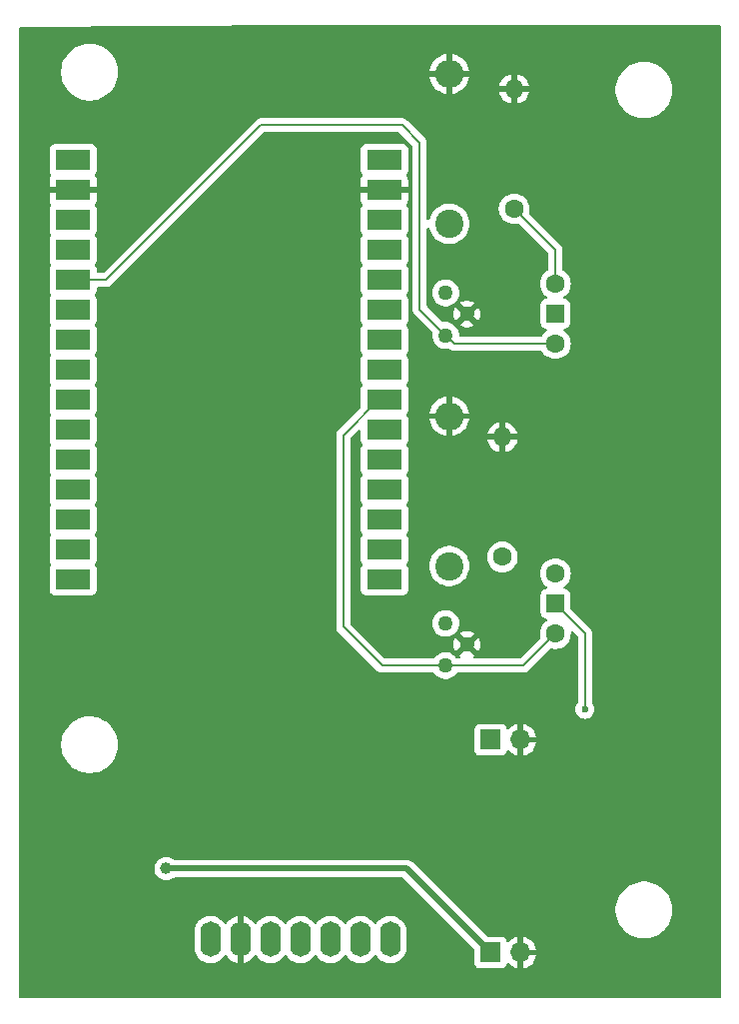
<source format=gbr>
%TF.GenerationSoftware,KiCad,Pcbnew,8.0.4*%
%TF.CreationDate,2024-12-05T15:49:58-05:00*%
%TF.ProjectId,CVTPCB,43565450-4342-42e6-9b69-6361645f7063,rev?*%
%TF.SameCoordinates,Original*%
%TF.FileFunction,Copper,L2,Bot*%
%TF.FilePolarity,Positive*%
%FSLAX46Y46*%
G04 Gerber Fmt 4.6, Leading zero omitted, Abs format (unit mm)*
G04 Created by KiCad (PCBNEW 8.0.4) date 2024-12-05 15:49:58*
%MOMM*%
%LPD*%
G01*
G04 APERTURE LIST*
%TA.AperFunction,ComponentPad*%
%ADD10C,2.400000*%
%TD*%
%TA.AperFunction,ComponentPad*%
%ADD11O,2.400000X2.400000*%
%TD*%
%TA.AperFunction,ComponentPad*%
%ADD12C,1.600000*%
%TD*%
%TA.AperFunction,ComponentPad*%
%ADD13O,1.600000X1.600000*%
%TD*%
%TA.AperFunction,ComponentPad*%
%ADD14R,1.700000X1.700000*%
%TD*%
%TA.AperFunction,ComponentPad*%
%ADD15O,1.700000X1.700000*%
%TD*%
%TA.AperFunction,ComponentPad*%
%ADD16O,1.750000X3.000000*%
%TD*%
%TA.AperFunction,ComponentPad*%
%ADD17R,3.000000X1.700000*%
%TD*%
%TA.AperFunction,ComponentPad*%
%ADD18R,1.500000X1.500000*%
%TD*%
%TA.AperFunction,ComponentPad*%
%ADD19C,1.260000*%
%TD*%
%TA.AperFunction,ViaPad*%
%ADD20C,1.000000*%
%TD*%
%TA.AperFunction,ViaPad*%
%ADD21C,0.600000*%
%TD*%
%TA.AperFunction,Conductor*%
%ADD22C,0.200000*%
%TD*%
%TA.AperFunction,Conductor*%
%ADD23C,0.500000*%
%TD*%
G04 APERTURE END LIST*
D10*
%TO.P,R4,1*%
%TO.N,Net-(J3-Pin_4)*%
X146500000Y-69850000D03*
D11*
%TO.P,R4,2*%
%TO.N,GND*%
X146500000Y-57150000D03*
%TD*%
D12*
%TO.P,R3,1*%
%TO.N,Net-(SW1-A)*%
X152000000Y-68580000D03*
D13*
%TO.P,R3,2*%
%TO.N,GND*%
X152000000Y-58420000D03*
%TD*%
D14*
%TO.P,J4,1,Pin_1*%
%TO.N,+5V*%
X150000000Y-113578500D03*
D15*
%TO.P,J4,2,Pin_2*%
%TO.N,GND*%
X152540000Y-113578500D03*
D14*
%TO.P,J4,3,Pin_3*%
%TO.N,Net-(J4-Pin_3)*%
X150000000Y-131612500D03*
D15*
%TO.P,J4,4,Pin_4*%
%TO.N,GND*%
X152540000Y-131612500D03*
%TD*%
D16*
%TO.P,U4,1,Vcc*%
%TO.N,+3.3V*%
X126260000Y-130500000D03*
%TO.P,U4,2,GND(Logic)*%
%TO.N,GND*%
X128800000Y-130500000D03*
%TO.P,U4,3,RX*%
%TO.N,Net-(U3-D26)*%
X131340000Y-130500000D03*
%TO.P,U4,4,TX*%
%TO.N,Net-(U3-D25)*%
X133880000Y-130500000D03*
%TO.P,U4,5,SLNT*%
%TO.N,unconnected-(U4-SLNT-Pad5)*%
X136420000Y-130500000D03*
%TO.P,U4,6,CANH*%
%TO.N,Net-(J7-Pin_3)*%
X138960000Y-130500000D03*
%TO.P,U4,7,CANL*%
%TO.N,Net-(J7-Pin_4)*%
X141500000Y-130500000D03*
%TD*%
D17*
%TO.P,U3,1,3V3*%
%TO.N,+3.3V*%
X114600000Y-64440000D03*
%TO.P,U3,2,GND*%
%TO.N,GND*%
X114600000Y-66980000D03*
%TO.P,U3,3,D15*%
%TO.N,unconnected-(U3-D15-Pad3)*%
X114600000Y-69520000D03*
%TO.P,U3,4,D2*%
%TO.N,unconnected-(U3-D2-Pad4)*%
X114600000Y-72060000D03*
%TO.P,U3,5,D4*%
%TO.N,Net-(SW1-C)*%
X114600000Y-74600000D03*
%TO.P,U3,6,RX2*%
%TO.N,unconnected-(U3-RX2-Pad6)*%
X114600000Y-77140000D03*
%TO.P,U3,7,TX2*%
%TO.N,unconnected-(U3-TX2-Pad7)*%
X114600000Y-79680000D03*
%TO.P,U3,8,D5*%
%TO.N,unconnected-(U3-D5-Pad8)*%
X114600000Y-82220000D03*
%TO.P,U3,9,D18*%
%TO.N,unconnected-(U3-D18-Pad9)*%
X114600000Y-84760000D03*
%TO.P,U3,10,D19*%
%TO.N,unconnected-(U3-D19-Pad10)*%
X114600000Y-87300000D03*
%TO.P,U3,11,D21*%
%TO.N,unconnected-(U3-D21-Pad11)*%
X114600000Y-89840000D03*
%TO.P,U3,12,RX0*%
%TO.N,unconnected-(U3-RX0-Pad12)*%
X114600000Y-92380000D03*
%TO.P,U3,13,TX0*%
%TO.N,unconnected-(U3-TX0-Pad13)*%
X114600000Y-94920000D03*
%TO.P,U3,14,D22*%
%TO.N,unconnected-(U3-D22-Pad14)*%
X114600000Y-97460000D03*
%TO.P,U3,15,D23*%
%TO.N,unconnected-(U3-D23-Pad15)*%
X114600000Y-100000000D03*
%TO.P,U3,16,EN*%
%TO.N,unconnected-(U3-EN-Pad16)*%
X141000000Y-100000000D03*
%TO.P,U3,17,UP*%
%TO.N,unconnected-(U3-UP-Pad17)*%
X141000000Y-97460000D03*
%TO.P,U3,18,UN*%
%TO.N,unconnected-(U3-UN-Pad18)*%
X141000000Y-94920000D03*
%TO.P,U3,19,D34*%
%TO.N,Net-(SW2-A)*%
X141000000Y-92380000D03*
%TO.P,U3,20,D35*%
%TO.N,Net-(J1-Pin_3)*%
X141000000Y-89840000D03*
%TO.P,U3,21,D32*%
%TO.N,unconnected-(U3-D32-Pad21)*%
X141000000Y-87300000D03*
%TO.P,U3,22,D33*%
%TO.N,Net-(SW2-C)*%
X141000000Y-84760000D03*
%TO.P,U3,23,D25*%
%TO.N,Net-(U3-D25)*%
X141000000Y-82220000D03*
%TO.P,U3,24,D26*%
%TO.N,Net-(U3-D26)*%
X141000000Y-79680000D03*
%TO.P,U3,25,D27*%
%TO.N,Net-(J3-Pin_3)*%
X141000000Y-77140000D03*
%TO.P,U3,26,D14*%
%TO.N,unconnected-(U3-D14-Pad26)*%
X141000000Y-74600000D03*
%TO.P,U3,27,D12*%
%TO.N,unconnected-(U3-D12-Pad27)*%
X141000000Y-72060000D03*
%TO.P,U3,28,D13*%
%TO.N,Net-(SW1-A)*%
X141000000Y-69520000D03*
%TO.P,U3,29,GND*%
%TO.N,GND*%
X141000000Y-66980000D03*
%TO.P,U3,30,VIN*%
%TO.N,+5V*%
X141000000Y-64440000D03*
%TD*%
D18*
%TO.P,SW1,1,B*%
%TO.N,Net-(J3-Pin_5)*%
X155500000Y-77460000D03*
D12*
%TO.P,SW1,2,A*%
%TO.N,Net-(SW1-A)*%
X155500000Y-74920000D03*
%TO.P,SW1,3,C*%
%TO.N,Net-(SW1-C)*%
X155500000Y-80000000D03*
%TD*%
D19*
%TO.P,PrimPot1,1,1*%
%TO.N,Net-(SW2-C)*%
X146200000Y-107300000D03*
%TO.P,PrimPot1,2,2*%
%TO.N,GND*%
X147996051Y-105503949D03*
%TO.P,PrimPot1,3,3*%
%TO.N,unconnected-(PrimPot1-Pad3)*%
X146200000Y-103707898D03*
%TD*%
%TO.P,SecPot1,1,1*%
%TO.N,Net-(SW1-C)*%
X146200000Y-79300000D03*
%TO.P,SecPot1,2,2*%
%TO.N,GND*%
X147996051Y-77503949D03*
%TO.P,SecPot1,3,3*%
%TO.N,unconnected-(SecPot1-Pad3)*%
X146200000Y-75707898D03*
%TD*%
D12*
%TO.P,R1,1*%
%TO.N,Net-(SW2-A)*%
X151000000Y-98080000D03*
D13*
%TO.P,R1,2*%
%TO.N,GND*%
X151000000Y-87920000D03*
%TD*%
D10*
%TO.P,R2,1*%
%TO.N,Net-(J1-Pin_4)*%
X146500000Y-98850000D03*
D11*
%TO.P,R2,2*%
%TO.N,GND*%
X146500000Y-86150000D03*
%TD*%
D18*
%TO.P,SW2,1,B*%
%TO.N,Net-(J1-Pin_5)*%
X155500000Y-102040000D03*
D12*
%TO.P,SW2,2,A*%
%TO.N,Net-(SW2-A)*%
X155500000Y-99500000D03*
%TO.P,SW2,3,C*%
%TO.N,Net-(SW2-C)*%
X155500000Y-104580000D03*
%TD*%
D20*
%TO.N,GND*%
X118000000Y-128000000D03*
X159000000Y-100000000D03*
X159000000Y-75000000D03*
%TO.N,Net-(J4-Pin_3)*%
X122500000Y-124500000D03*
D21*
%TO.N,Net-(J1-Pin_5)*%
X158000000Y-111000000D03*
%TD*%
D22*
%TO.N,Net-(SW2-C)*%
X152780000Y-107300000D02*
X155500000Y-104580000D01*
X137500000Y-104000000D02*
X137500000Y-87760000D01*
X137500000Y-87760000D02*
X140500000Y-84760000D01*
X140800000Y-107300000D02*
X137500000Y-104000000D01*
X146200000Y-107300000D02*
X140800000Y-107300000D01*
X146200000Y-107300000D02*
X152780000Y-107300000D01*
%TO.N,Net-(SW1-A)*%
X155500000Y-74920000D02*
X155500000Y-72080000D01*
X155500000Y-72080000D02*
X152000000Y-68580000D01*
D23*
%TO.N,Net-(J4-Pin_3)*%
X142887500Y-124500000D02*
X150000000Y-131612500D01*
X122500000Y-124500000D02*
X142887500Y-124500000D01*
D22*
%TO.N,Net-(J1-Pin_5)*%
X158000000Y-104540000D02*
X158000000Y-111000000D01*
X155500000Y-102040000D02*
X158000000Y-104540000D01*
%TO.N,Net-(SW1-C)*%
X155500000Y-80000000D02*
X146900000Y-80000000D01*
X146200000Y-79300000D02*
X144000000Y-77100000D01*
X146900000Y-80000000D02*
X146200000Y-79300000D01*
X130500000Y-61500000D02*
X117400000Y-74600000D01*
X144000000Y-63000000D02*
X142500000Y-61500000D01*
X142500000Y-61500000D02*
X130500000Y-61500000D01*
X117400000Y-74600000D02*
X115100000Y-74600000D01*
X144000000Y-77100000D02*
X144000000Y-63000000D01*
%TD*%
%TA.AperFunction,Conductor*%
%TO.N,GND*%
G36*
X169442539Y-53020185D02*
G01*
X169488294Y-53072989D01*
X169499500Y-53124500D01*
X169499500Y-135375500D01*
X169479815Y-135442539D01*
X169427011Y-135488294D01*
X169375500Y-135499500D01*
X110124500Y-135499500D01*
X110057461Y-135479815D01*
X110011706Y-135427011D01*
X110000500Y-135375500D01*
X110000500Y-129766746D01*
X124884500Y-129766746D01*
X124884500Y-131233254D01*
X124895942Y-131305493D01*
X124918370Y-131447098D01*
X124985272Y-131653006D01*
X124985273Y-131653009D01*
X125066345Y-131812120D01*
X125083567Y-131845919D01*
X125210828Y-132021078D01*
X125363922Y-132174172D01*
X125539081Y-132301433D01*
X125633697Y-132349642D01*
X125731990Y-132399726D01*
X125731993Y-132399727D01*
X125834947Y-132433178D01*
X125937903Y-132466630D01*
X126151746Y-132500500D01*
X126151747Y-132500500D01*
X126368253Y-132500500D01*
X126368254Y-132500500D01*
X126582097Y-132466630D01*
X126788009Y-132399726D01*
X126980919Y-132301433D01*
X127156078Y-132174172D01*
X127309172Y-132021078D01*
X127429991Y-131854784D01*
X127485320Y-131812120D01*
X127554933Y-131806141D01*
X127616728Y-131838747D01*
X127630626Y-131854785D01*
X127751211Y-132020754D01*
X127751211Y-132020755D01*
X127904244Y-132173788D01*
X128079342Y-132301005D01*
X128272182Y-132399263D01*
X128272185Y-132399264D01*
X128478017Y-132466142D01*
X128550000Y-132477543D01*
X128550000Y-130990747D01*
X128587708Y-131012518D01*
X128727591Y-131050000D01*
X128872409Y-131050000D01*
X129012292Y-131012518D01*
X129050000Y-130990747D01*
X129050000Y-132477542D01*
X129121980Y-132466142D01*
X129121983Y-132466142D01*
X129327814Y-132399264D01*
X129327817Y-132399263D01*
X129520657Y-132301005D01*
X129695754Y-132173788D01*
X129695755Y-132173788D01*
X129848788Y-132020755D01*
X129848793Y-132020749D01*
X129969373Y-131854786D01*
X130024703Y-131812120D01*
X130094316Y-131806141D01*
X130156111Y-131838747D01*
X130170006Y-131854781D01*
X130290828Y-132021078D01*
X130443922Y-132174172D01*
X130619081Y-132301433D01*
X130713697Y-132349642D01*
X130811990Y-132399726D01*
X130811993Y-132399727D01*
X130914947Y-132433178D01*
X131017903Y-132466630D01*
X131231746Y-132500500D01*
X131231747Y-132500500D01*
X131448253Y-132500500D01*
X131448254Y-132500500D01*
X131662097Y-132466630D01*
X131868009Y-132399726D01*
X132060919Y-132301433D01*
X132236078Y-132174172D01*
X132389172Y-132021078D01*
X132509683Y-131855208D01*
X132565012Y-131812545D01*
X132634625Y-131806566D01*
X132696420Y-131839172D01*
X132710313Y-131855205D01*
X132830828Y-132021078D01*
X132983922Y-132174172D01*
X133159081Y-132301433D01*
X133253697Y-132349642D01*
X133351990Y-132399726D01*
X133351993Y-132399727D01*
X133454947Y-132433178D01*
X133557903Y-132466630D01*
X133771746Y-132500500D01*
X133771747Y-132500500D01*
X133988253Y-132500500D01*
X133988254Y-132500500D01*
X134202097Y-132466630D01*
X134408009Y-132399726D01*
X134600919Y-132301433D01*
X134776078Y-132174172D01*
X134929172Y-132021078D01*
X135049683Y-131855208D01*
X135105012Y-131812545D01*
X135174625Y-131806566D01*
X135236420Y-131839172D01*
X135250313Y-131855205D01*
X135370828Y-132021078D01*
X135523922Y-132174172D01*
X135699081Y-132301433D01*
X135793697Y-132349642D01*
X135891990Y-132399726D01*
X135891993Y-132399727D01*
X135994947Y-132433178D01*
X136097903Y-132466630D01*
X136311746Y-132500500D01*
X136311747Y-132500500D01*
X136528253Y-132500500D01*
X136528254Y-132500500D01*
X136742097Y-132466630D01*
X136948009Y-132399726D01*
X137140919Y-132301433D01*
X137316078Y-132174172D01*
X137469172Y-132021078D01*
X137589683Y-131855208D01*
X137645012Y-131812545D01*
X137714625Y-131806566D01*
X137776420Y-131839172D01*
X137790313Y-131855205D01*
X137910828Y-132021078D01*
X138063922Y-132174172D01*
X138239081Y-132301433D01*
X138333697Y-132349642D01*
X138431990Y-132399726D01*
X138431993Y-132399727D01*
X138534947Y-132433178D01*
X138637903Y-132466630D01*
X138851746Y-132500500D01*
X138851747Y-132500500D01*
X139068253Y-132500500D01*
X139068254Y-132500500D01*
X139282097Y-132466630D01*
X139488009Y-132399726D01*
X139680919Y-132301433D01*
X139856078Y-132174172D01*
X140009172Y-132021078D01*
X140129683Y-131855208D01*
X140185012Y-131812545D01*
X140254625Y-131806566D01*
X140316420Y-131839172D01*
X140330313Y-131855205D01*
X140450828Y-132021078D01*
X140603922Y-132174172D01*
X140779081Y-132301433D01*
X140873697Y-132349642D01*
X140971990Y-132399726D01*
X140971993Y-132399727D01*
X141074947Y-132433178D01*
X141177903Y-132466630D01*
X141391746Y-132500500D01*
X141391747Y-132500500D01*
X141608253Y-132500500D01*
X141608254Y-132500500D01*
X141822097Y-132466630D01*
X142028009Y-132399726D01*
X142220919Y-132301433D01*
X142396078Y-132174172D01*
X142549172Y-132021078D01*
X142676433Y-131845919D01*
X142774726Y-131653009D01*
X142841630Y-131447097D01*
X142875500Y-131233254D01*
X142875500Y-129766746D01*
X142841630Y-129552903D01*
X142789119Y-129391289D01*
X142774727Y-129346993D01*
X142774726Y-129346990D01*
X142680974Y-129162994D01*
X142676433Y-129154081D01*
X142549172Y-128978922D01*
X142396078Y-128825828D01*
X142220919Y-128698567D01*
X142156222Y-128665602D01*
X142028009Y-128600273D01*
X142028006Y-128600272D01*
X141822098Y-128533370D01*
X141715175Y-128516435D01*
X141608254Y-128499500D01*
X141391746Y-128499500D01*
X141320465Y-128510790D01*
X141177901Y-128533370D01*
X140971993Y-128600272D01*
X140971990Y-128600273D01*
X140779080Y-128698567D01*
X140679145Y-128771174D01*
X140603922Y-128825828D01*
X140603920Y-128825830D01*
X140603919Y-128825830D01*
X140450830Y-128978919D01*
X140450830Y-128978920D01*
X140450828Y-128978922D01*
X140342530Y-129127979D01*
X140330318Y-129144789D01*
X140274988Y-129187454D01*
X140205374Y-129193433D01*
X140143579Y-129160827D01*
X140129682Y-129144789D01*
X140125061Y-129138429D01*
X140009172Y-128978922D01*
X139856078Y-128825828D01*
X139680919Y-128698567D01*
X139616222Y-128665602D01*
X139488009Y-128600273D01*
X139488006Y-128600272D01*
X139282098Y-128533370D01*
X139175175Y-128516435D01*
X139068254Y-128499500D01*
X138851746Y-128499500D01*
X138780465Y-128510790D01*
X138637901Y-128533370D01*
X138431993Y-128600272D01*
X138431990Y-128600273D01*
X138239080Y-128698567D01*
X138139145Y-128771174D01*
X138063922Y-128825828D01*
X138063920Y-128825830D01*
X138063919Y-128825830D01*
X137910830Y-128978919D01*
X137910830Y-128978920D01*
X137910828Y-128978922D01*
X137802530Y-129127979D01*
X137790318Y-129144789D01*
X137734988Y-129187454D01*
X137665374Y-129193433D01*
X137603579Y-129160827D01*
X137589682Y-129144789D01*
X137585061Y-129138429D01*
X137469172Y-128978922D01*
X137316078Y-128825828D01*
X137140919Y-128698567D01*
X137076222Y-128665602D01*
X136948009Y-128600273D01*
X136948006Y-128600272D01*
X136742098Y-128533370D01*
X136635175Y-128516435D01*
X136528254Y-128499500D01*
X136311746Y-128499500D01*
X136240465Y-128510790D01*
X136097901Y-128533370D01*
X135891993Y-128600272D01*
X135891990Y-128600273D01*
X135699080Y-128698567D01*
X135599145Y-128771174D01*
X135523922Y-128825828D01*
X135523920Y-128825830D01*
X135523919Y-128825830D01*
X135370830Y-128978919D01*
X135370830Y-128978920D01*
X135370828Y-128978922D01*
X135262530Y-129127979D01*
X135250318Y-129144789D01*
X135194988Y-129187454D01*
X135125374Y-129193433D01*
X135063579Y-129160827D01*
X135049682Y-129144789D01*
X135045061Y-129138429D01*
X134929172Y-128978922D01*
X134776078Y-128825828D01*
X134600919Y-128698567D01*
X134536222Y-128665602D01*
X134408009Y-128600273D01*
X134408006Y-128600272D01*
X134202098Y-128533370D01*
X134095175Y-128516435D01*
X133988254Y-128499500D01*
X133771746Y-128499500D01*
X133700465Y-128510790D01*
X133557901Y-128533370D01*
X133351993Y-128600272D01*
X133351990Y-128600273D01*
X133159080Y-128698567D01*
X133059145Y-128771174D01*
X132983922Y-128825828D01*
X132983920Y-128825830D01*
X132983919Y-128825830D01*
X132830830Y-128978919D01*
X132830830Y-128978920D01*
X132830828Y-128978922D01*
X132722530Y-129127979D01*
X132710318Y-129144789D01*
X132654988Y-129187454D01*
X132585374Y-129193433D01*
X132523579Y-129160827D01*
X132509682Y-129144789D01*
X132505061Y-129138429D01*
X132389172Y-128978922D01*
X132236078Y-128825828D01*
X132060919Y-128698567D01*
X131996222Y-128665602D01*
X131868009Y-128600273D01*
X131868006Y-128600272D01*
X131662098Y-128533370D01*
X131555175Y-128516435D01*
X131448254Y-128499500D01*
X131231746Y-128499500D01*
X131160465Y-128510790D01*
X131017901Y-128533370D01*
X130811993Y-128600272D01*
X130811990Y-128600273D01*
X130619080Y-128698567D01*
X130519145Y-128771174D01*
X130443922Y-128825828D01*
X130443920Y-128825830D01*
X130443919Y-128825830D01*
X130290829Y-128978920D01*
X130170009Y-129145214D01*
X130114678Y-129187879D01*
X130045065Y-129193858D01*
X129983270Y-129161252D01*
X129969373Y-129145214D01*
X129848788Y-128979245D01*
X129848788Y-128979244D01*
X129695755Y-128826211D01*
X129520657Y-128698994D01*
X129327817Y-128600736D01*
X129327814Y-128600735D01*
X129121983Y-128533857D01*
X129050000Y-128522456D01*
X129050000Y-130009252D01*
X129012292Y-129987482D01*
X128872409Y-129950000D01*
X128727591Y-129950000D01*
X128587708Y-129987482D01*
X128550000Y-130009252D01*
X128550000Y-128522456D01*
X128549999Y-128522456D01*
X128478016Y-128533857D01*
X128478015Y-128533857D01*
X128272185Y-128600735D01*
X128272182Y-128600736D01*
X128079342Y-128698994D01*
X127904245Y-128826211D01*
X127904244Y-128826211D01*
X127751210Y-128979245D01*
X127630626Y-129145214D01*
X127575295Y-129187879D01*
X127505682Y-129193858D01*
X127443887Y-129161252D01*
X127429994Y-129145219D01*
X127309172Y-128978922D01*
X127156078Y-128825828D01*
X126980919Y-128698567D01*
X126916222Y-128665602D01*
X126788009Y-128600273D01*
X126788006Y-128600272D01*
X126582098Y-128533370D01*
X126475175Y-128516435D01*
X126368254Y-128499500D01*
X126151746Y-128499500D01*
X126080465Y-128510790D01*
X125937901Y-128533370D01*
X125731993Y-128600272D01*
X125731990Y-128600273D01*
X125539080Y-128698567D01*
X125439145Y-128771174D01*
X125363922Y-128825828D01*
X125363920Y-128825830D01*
X125363919Y-128825830D01*
X125210830Y-128978919D01*
X125210830Y-128978920D01*
X125210828Y-128978922D01*
X125156174Y-129054145D01*
X125083567Y-129154080D01*
X124985273Y-129346990D01*
X124985272Y-129346993D01*
X124918370Y-129552901D01*
X124918370Y-129552903D01*
X124884500Y-129766746D01*
X110000500Y-129766746D01*
X110000500Y-124500000D01*
X121494659Y-124500000D01*
X121513975Y-124696129D01*
X121571188Y-124884733D01*
X121664086Y-125058532D01*
X121664090Y-125058539D01*
X121789116Y-125210883D01*
X121941460Y-125335909D01*
X121941467Y-125335913D01*
X122115266Y-125428811D01*
X122115269Y-125428811D01*
X122115273Y-125428814D01*
X122303868Y-125486024D01*
X122500000Y-125505341D01*
X122696132Y-125486024D01*
X122884727Y-125428814D01*
X123058538Y-125335910D01*
X123128313Y-125278647D01*
X123192623Y-125251334D01*
X123206978Y-125250500D01*
X142525270Y-125250500D01*
X142592309Y-125270185D01*
X142612951Y-125286819D01*
X148613181Y-131287049D01*
X148646666Y-131348372D01*
X148649500Y-131374730D01*
X148649500Y-132510370D01*
X148649501Y-132510376D01*
X148655908Y-132569983D01*
X148706202Y-132704828D01*
X148706206Y-132704835D01*
X148792452Y-132820044D01*
X148792455Y-132820047D01*
X148907664Y-132906293D01*
X148907671Y-132906297D01*
X149042517Y-132956591D01*
X149042516Y-132956591D01*
X149049444Y-132957335D01*
X149102127Y-132963000D01*
X150897872Y-132962999D01*
X150957483Y-132956591D01*
X151092331Y-132906296D01*
X151207546Y-132820046D01*
X151293796Y-132704831D01*
X151343002Y-132572901D01*
X151384872Y-132516968D01*
X151450337Y-132492550D01*
X151518610Y-132507401D01*
X151546865Y-132528553D01*
X151668917Y-132650605D01*
X151862421Y-132786100D01*
X152076507Y-132885929D01*
X152076516Y-132885933D01*
X152290000Y-132943134D01*
X152290000Y-132045512D01*
X152347007Y-132078425D01*
X152474174Y-132112500D01*
X152605826Y-132112500D01*
X152732993Y-132078425D01*
X152790000Y-132045512D01*
X152790000Y-132943133D01*
X153003483Y-132885933D01*
X153003492Y-132885929D01*
X153217578Y-132786100D01*
X153411082Y-132650605D01*
X153578105Y-132483582D01*
X153713600Y-132290078D01*
X153813429Y-132075992D01*
X153813432Y-132075986D01*
X153870636Y-131862500D01*
X152973012Y-131862500D01*
X153005925Y-131805493D01*
X153040000Y-131678326D01*
X153040000Y-131546674D01*
X153005925Y-131419507D01*
X152973012Y-131362500D01*
X153870636Y-131362500D01*
X153870635Y-131362499D01*
X153813432Y-131149013D01*
X153813429Y-131149007D01*
X153713600Y-130934922D01*
X153713599Y-130934920D01*
X153578113Y-130741426D01*
X153578108Y-130741420D01*
X153411082Y-130574394D01*
X153217578Y-130438899D01*
X153003492Y-130339070D01*
X153003486Y-130339067D01*
X152790000Y-130281864D01*
X152790000Y-131179488D01*
X152732993Y-131146575D01*
X152605826Y-131112500D01*
X152474174Y-131112500D01*
X152347007Y-131146575D01*
X152290000Y-131179488D01*
X152290000Y-130281864D01*
X152289999Y-130281864D01*
X152076513Y-130339067D01*
X152076507Y-130339070D01*
X151862422Y-130438899D01*
X151862420Y-130438900D01*
X151668926Y-130574386D01*
X151546865Y-130696447D01*
X151485542Y-130729931D01*
X151415850Y-130724947D01*
X151359917Y-130683075D01*
X151343002Y-130652098D01*
X151293797Y-130520171D01*
X151293793Y-130520164D01*
X151207547Y-130404955D01*
X151207544Y-130404952D01*
X151092335Y-130318706D01*
X151092328Y-130318702D01*
X150957482Y-130268408D01*
X150957483Y-130268408D01*
X150897883Y-130262001D01*
X150897881Y-130262000D01*
X150897873Y-130262000D01*
X150897865Y-130262000D01*
X149762230Y-130262000D01*
X149695191Y-130242315D01*
X149674549Y-130225681D01*
X147314054Y-127865186D01*
X160599500Y-127865186D01*
X160599500Y-128134813D01*
X160629686Y-128402719D01*
X160629688Y-128402731D01*
X160689684Y-128665594D01*
X160689687Y-128665602D01*
X160778734Y-128920082D01*
X160895714Y-129162994D01*
X160895716Y-129162997D01*
X161039162Y-129391289D01*
X161207266Y-129602085D01*
X161397915Y-129792734D01*
X161608711Y-129960838D01*
X161837003Y-130104284D01*
X162079921Y-130221267D01*
X162253098Y-130281864D01*
X162334397Y-130310312D01*
X162334405Y-130310315D01*
X162334408Y-130310315D01*
X162334409Y-130310316D01*
X162597268Y-130370312D01*
X162865187Y-130400499D01*
X162865188Y-130400500D01*
X162865191Y-130400500D01*
X163134812Y-130400500D01*
X163134812Y-130400499D01*
X163402732Y-130370312D01*
X163665591Y-130310316D01*
X163920079Y-130221267D01*
X164162997Y-130104284D01*
X164391289Y-129960838D01*
X164602085Y-129792734D01*
X164792734Y-129602085D01*
X164960838Y-129391289D01*
X165104284Y-129162997D01*
X165221267Y-128920079D01*
X165310316Y-128665591D01*
X165370312Y-128402732D01*
X165400500Y-128134809D01*
X165400500Y-127865191D01*
X165370312Y-127597268D01*
X165310316Y-127334409D01*
X165221267Y-127079921D01*
X165104284Y-126837003D01*
X164960838Y-126608711D01*
X164792734Y-126397915D01*
X164602085Y-126207266D01*
X164391289Y-126039162D01*
X164162997Y-125895716D01*
X164162994Y-125895714D01*
X163920082Y-125778734D01*
X163665602Y-125689687D01*
X163665594Y-125689684D01*
X163468446Y-125644687D01*
X163402732Y-125629688D01*
X163402728Y-125629687D01*
X163402719Y-125629686D01*
X163134813Y-125599500D01*
X163134809Y-125599500D01*
X162865191Y-125599500D01*
X162865186Y-125599500D01*
X162597280Y-125629686D01*
X162597268Y-125629688D01*
X162334405Y-125689684D01*
X162334397Y-125689687D01*
X162079917Y-125778734D01*
X161837005Y-125895714D01*
X161608712Y-126039161D01*
X161397915Y-126207265D01*
X161207265Y-126397915D01*
X161039161Y-126608712D01*
X160895714Y-126837005D01*
X160778734Y-127079917D01*
X160689687Y-127334397D01*
X160689684Y-127334405D01*
X160629688Y-127597268D01*
X160629686Y-127597280D01*
X160599500Y-127865186D01*
X147314054Y-127865186D01*
X143365921Y-123917052D01*
X143365914Y-123917046D01*
X143292229Y-123867812D01*
X143292229Y-123867813D01*
X143242991Y-123834913D01*
X143106417Y-123778343D01*
X143106407Y-123778340D01*
X142961420Y-123749500D01*
X142961418Y-123749500D01*
X123206978Y-123749500D01*
X123139939Y-123729815D01*
X123128313Y-123721353D01*
X123058539Y-123664090D01*
X123058532Y-123664086D01*
X122884733Y-123571188D01*
X122884727Y-123571186D01*
X122696132Y-123513976D01*
X122696129Y-123513975D01*
X122500000Y-123494659D01*
X122303870Y-123513975D01*
X122115266Y-123571188D01*
X121941467Y-123664086D01*
X121941460Y-123664090D01*
X121789116Y-123789116D01*
X121664090Y-123941460D01*
X121664086Y-123941467D01*
X121571188Y-124115266D01*
X121513975Y-124303870D01*
X121494659Y-124500000D01*
X110000500Y-124500000D01*
X110000500Y-113865186D01*
X113599500Y-113865186D01*
X113599500Y-114134813D01*
X113629686Y-114402719D01*
X113629688Y-114402731D01*
X113689684Y-114665594D01*
X113689687Y-114665602D01*
X113778734Y-114920082D01*
X113895714Y-115162994D01*
X113895716Y-115162997D01*
X114039162Y-115391289D01*
X114207266Y-115602085D01*
X114397915Y-115792734D01*
X114608711Y-115960838D01*
X114837003Y-116104284D01*
X115079921Y-116221267D01*
X115271049Y-116288145D01*
X115334397Y-116310312D01*
X115334405Y-116310315D01*
X115334408Y-116310315D01*
X115334409Y-116310316D01*
X115597268Y-116370312D01*
X115865187Y-116400499D01*
X115865188Y-116400500D01*
X115865191Y-116400500D01*
X116134812Y-116400500D01*
X116134812Y-116400499D01*
X116402732Y-116370312D01*
X116665591Y-116310316D01*
X116920079Y-116221267D01*
X117162997Y-116104284D01*
X117391289Y-115960838D01*
X117602085Y-115792734D01*
X117792734Y-115602085D01*
X117960838Y-115391289D01*
X118104284Y-115162997D01*
X118221267Y-114920079D01*
X118310316Y-114665591D01*
X118370312Y-114402732D01*
X118400500Y-114134809D01*
X118400500Y-113865191D01*
X118370312Y-113597268D01*
X118310316Y-113334409D01*
X118308248Y-113328500D01*
X118288145Y-113271049D01*
X118221267Y-113079921D01*
X118104284Y-112837003D01*
X118006031Y-112680635D01*
X148649500Y-112680635D01*
X148649500Y-114476370D01*
X148649501Y-114476376D01*
X148655908Y-114535983D01*
X148706202Y-114670828D01*
X148706206Y-114670835D01*
X148792452Y-114786044D01*
X148792455Y-114786047D01*
X148907664Y-114872293D01*
X148907671Y-114872297D01*
X149042517Y-114922591D01*
X149042516Y-114922591D01*
X149049444Y-114923335D01*
X149102127Y-114929000D01*
X150897872Y-114928999D01*
X150957483Y-114922591D01*
X151092331Y-114872296D01*
X151207546Y-114786046D01*
X151293796Y-114670831D01*
X151295751Y-114665591D01*
X151343002Y-114538902D01*
X151384872Y-114482968D01*
X151450337Y-114458550D01*
X151518610Y-114473401D01*
X151546865Y-114494553D01*
X151668917Y-114616605D01*
X151862421Y-114752100D01*
X152076507Y-114851929D01*
X152076516Y-114851933D01*
X152290000Y-114909134D01*
X152290000Y-114011512D01*
X152347007Y-114044425D01*
X152474174Y-114078500D01*
X152605826Y-114078500D01*
X152732993Y-114044425D01*
X152790000Y-114011512D01*
X152790000Y-114909133D01*
X153003483Y-114851933D01*
X153003492Y-114851929D01*
X153217578Y-114752100D01*
X153411082Y-114616605D01*
X153578105Y-114449582D01*
X153713600Y-114256078D01*
X153813429Y-114041992D01*
X153813432Y-114041986D01*
X153870636Y-113828500D01*
X152973012Y-113828500D01*
X153005925Y-113771493D01*
X153040000Y-113644326D01*
X153040000Y-113512674D01*
X153005925Y-113385507D01*
X152973012Y-113328500D01*
X153870636Y-113328500D01*
X153870635Y-113328499D01*
X153813432Y-113115013D01*
X153813429Y-113115007D01*
X153713600Y-112900922D01*
X153713599Y-112900920D01*
X153578113Y-112707426D01*
X153578108Y-112707420D01*
X153411082Y-112540394D01*
X153217578Y-112404899D01*
X153003492Y-112305070D01*
X153003486Y-112305067D01*
X152790000Y-112247864D01*
X152790000Y-113145488D01*
X152732993Y-113112575D01*
X152605826Y-113078500D01*
X152474174Y-113078500D01*
X152347007Y-113112575D01*
X152290000Y-113145488D01*
X152290000Y-112247864D01*
X152289999Y-112247864D01*
X152076513Y-112305067D01*
X152076507Y-112305070D01*
X151862422Y-112404899D01*
X151862420Y-112404900D01*
X151668926Y-112540386D01*
X151546865Y-112662447D01*
X151485542Y-112695931D01*
X151415850Y-112690947D01*
X151359917Y-112649075D01*
X151343002Y-112618098D01*
X151339501Y-112608712D01*
X151293796Y-112486169D01*
X151293795Y-112486168D01*
X151293793Y-112486164D01*
X151207547Y-112370955D01*
X151207544Y-112370952D01*
X151092335Y-112284706D01*
X151092328Y-112284702D01*
X150957482Y-112234408D01*
X150957483Y-112234408D01*
X150897883Y-112228001D01*
X150897881Y-112228000D01*
X150897873Y-112228000D01*
X150897864Y-112228000D01*
X149102129Y-112228000D01*
X149102123Y-112228001D01*
X149042516Y-112234408D01*
X148907671Y-112284702D01*
X148907664Y-112284706D01*
X148792455Y-112370952D01*
X148792452Y-112370955D01*
X148706206Y-112486164D01*
X148706202Y-112486171D01*
X148655908Y-112621017D01*
X148649501Y-112680616D01*
X148649500Y-112680635D01*
X118006031Y-112680635D01*
X117960838Y-112608711D01*
X117792734Y-112397915D01*
X117602085Y-112207266D01*
X117391289Y-112039162D01*
X117162997Y-111895716D01*
X117162994Y-111895714D01*
X116920082Y-111778734D01*
X116665602Y-111689687D01*
X116665594Y-111689684D01*
X116468446Y-111644687D01*
X116402732Y-111629688D01*
X116402728Y-111629687D01*
X116402719Y-111629686D01*
X116134813Y-111599500D01*
X116134809Y-111599500D01*
X115865191Y-111599500D01*
X115865186Y-111599500D01*
X115597280Y-111629686D01*
X115597268Y-111629688D01*
X115334405Y-111689684D01*
X115334397Y-111689687D01*
X115079917Y-111778734D01*
X114837005Y-111895714D01*
X114608712Y-112039161D01*
X114397915Y-112207265D01*
X114207265Y-112397915D01*
X114039161Y-112608712D01*
X113895714Y-112837005D01*
X113778734Y-113079917D01*
X113689687Y-113334397D01*
X113689684Y-113334405D01*
X113629688Y-113597268D01*
X113629686Y-113597280D01*
X113599500Y-113865186D01*
X110000500Y-113865186D01*
X110000500Y-104079054D01*
X136899498Y-104079054D01*
X136899499Y-104079057D01*
X136940423Y-104231785D01*
X136969358Y-104281900D01*
X136969359Y-104281904D01*
X136969360Y-104281904D01*
X137015911Y-104362535D01*
X137019479Y-104368714D01*
X137019481Y-104368717D01*
X137138349Y-104487585D01*
X137138354Y-104487589D01*
X140431284Y-107780520D01*
X140431286Y-107780521D01*
X140431290Y-107780524D01*
X140568209Y-107859573D01*
X140568216Y-107859577D01*
X140720943Y-107900501D01*
X140720945Y-107900501D01*
X140886654Y-107900501D01*
X140886670Y-107900500D01*
X145175097Y-107900500D01*
X145242136Y-107920185D01*
X145274049Y-107949773D01*
X145360971Y-108064876D01*
X145360974Y-108064878D01*
X145360976Y-108064881D01*
X145515800Y-108206021D01*
X145515805Y-108206025D01*
X145693930Y-108316315D01*
X145693931Y-108316315D01*
X145693934Y-108316317D01*
X145889299Y-108392002D01*
X146095244Y-108430500D01*
X146095246Y-108430500D01*
X146304754Y-108430500D01*
X146304756Y-108430500D01*
X146510701Y-108392002D01*
X146706066Y-108316317D01*
X146884197Y-108206023D01*
X147039029Y-108064876D01*
X147125949Y-107949773D01*
X147182057Y-107908137D01*
X147224903Y-107900500D01*
X152693331Y-107900500D01*
X152693347Y-107900501D01*
X152700943Y-107900501D01*
X152859054Y-107900501D01*
X152859057Y-107900501D01*
X153011785Y-107859577D01*
X153061904Y-107830639D01*
X153148716Y-107780520D01*
X153260520Y-107668716D01*
X153260520Y-107668714D01*
X153270728Y-107658507D01*
X153270730Y-107658504D01*
X155057294Y-105871939D01*
X155118615Y-105838456D01*
X155177066Y-105839847D01*
X155196604Y-105845082D01*
X155273308Y-105865635D01*
X155435230Y-105879801D01*
X155499998Y-105885468D01*
X155500000Y-105885468D01*
X155500002Y-105885468D01*
X155556673Y-105880509D01*
X155726692Y-105865635D01*
X155946496Y-105806739D01*
X156152734Y-105710568D01*
X156339139Y-105580047D01*
X156500047Y-105419139D01*
X156630568Y-105232734D01*
X156726739Y-105026496D01*
X156785635Y-104806692D01*
X156805468Y-104580000D01*
X156798219Y-104497149D01*
X156811985Y-104428652D01*
X156860600Y-104378469D01*
X156928628Y-104362535D01*
X156994472Y-104385910D01*
X157009428Y-104398663D01*
X157363181Y-104752416D01*
X157396666Y-104813739D01*
X157399500Y-104840097D01*
X157399500Y-110417587D01*
X157379815Y-110484626D01*
X157372450Y-110494896D01*
X157370186Y-110497734D01*
X157274211Y-110650476D01*
X157214631Y-110820745D01*
X157214630Y-110820750D01*
X157194435Y-110999996D01*
X157194435Y-111000003D01*
X157214630Y-111179249D01*
X157214631Y-111179254D01*
X157274211Y-111349523D01*
X157370184Y-111502262D01*
X157497738Y-111629816D01*
X157650478Y-111725789D01*
X157801783Y-111778733D01*
X157820745Y-111785368D01*
X157820750Y-111785369D01*
X157999996Y-111805565D01*
X158000000Y-111805565D01*
X158000004Y-111805565D01*
X158179249Y-111785369D01*
X158179252Y-111785368D01*
X158179255Y-111785368D01*
X158349522Y-111725789D01*
X158502262Y-111629816D01*
X158629816Y-111502262D01*
X158725789Y-111349522D01*
X158785368Y-111179255D01*
X158805565Y-111000000D01*
X158785368Y-110820745D01*
X158725789Y-110650478D01*
X158629816Y-110497738D01*
X158629814Y-110497736D01*
X158629813Y-110497734D01*
X158627550Y-110494896D01*
X158626659Y-110492715D01*
X158626111Y-110491842D01*
X158626264Y-110491745D01*
X158601144Y-110430209D01*
X158600500Y-110417587D01*
X158600500Y-104629059D01*
X158600501Y-104629046D01*
X158600501Y-104460945D01*
X158600501Y-104460943D01*
X158559577Y-104308215D01*
X158515449Y-104231784D01*
X158515449Y-104231782D01*
X158480524Y-104171290D01*
X158480521Y-104171286D01*
X158480520Y-104171284D01*
X158368716Y-104059480D01*
X158368715Y-104059479D01*
X158364385Y-104055149D01*
X158364374Y-104055139D01*
X156786818Y-102477583D01*
X156753333Y-102416260D01*
X156750499Y-102389902D01*
X156750499Y-101242129D01*
X156750498Y-101242123D01*
X156750497Y-101242116D01*
X156744091Y-101182517D01*
X156710455Y-101092335D01*
X156693797Y-101047671D01*
X156693793Y-101047664D01*
X156607547Y-100932455D01*
X156607544Y-100932452D01*
X156492335Y-100846206D01*
X156492328Y-100846202D01*
X156357482Y-100795908D01*
X156357483Y-100795908D01*
X156303846Y-100790142D01*
X156239295Y-100763404D01*
X156199446Y-100706012D01*
X156196953Y-100636187D01*
X156232605Y-100576098D01*
X156245972Y-100565282D01*
X156339139Y-100500047D01*
X156500047Y-100339139D01*
X156630568Y-100152734D01*
X156726739Y-99946496D01*
X156785635Y-99726692D01*
X156805468Y-99500000D01*
X156785635Y-99273308D01*
X156726739Y-99053504D01*
X156630568Y-98847266D01*
X156500047Y-98660861D01*
X156500045Y-98660858D01*
X156339141Y-98499954D01*
X156152734Y-98369432D01*
X156152732Y-98369431D01*
X155946497Y-98273261D01*
X155946488Y-98273258D01*
X155726697Y-98214366D01*
X155726693Y-98214365D01*
X155726692Y-98214365D01*
X155726691Y-98214364D01*
X155726686Y-98214364D01*
X155500002Y-98194532D01*
X155499998Y-98194532D01*
X155273313Y-98214364D01*
X155273302Y-98214366D01*
X155053511Y-98273258D01*
X155053502Y-98273261D01*
X154847267Y-98369431D01*
X154847265Y-98369432D01*
X154660858Y-98499954D01*
X154499954Y-98660858D01*
X154369432Y-98847265D01*
X154369431Y-98847267D01*
X154273261Y-99053502D01*
X154273258Y-99053511D01*
X154214366Y-99273302D01*
X154214364Y-99273313D01*
X154194532Y-99499998D01*
X154194532Y-99500001D01*
X154214364Y-99726686D01*
X154214366Y-99726697D01*
X154273258Y-99946488D01*
X154273261Y-99946497D01*
X154369431Y-100152732D01*
X154369432Y-100152734D01*
X154499954Y-100339141D01*
X154660858Y-100500045D01*
X154754021Y-100565278D01*
X154797646Y-100619854D01*
X154804840Y-100689353D01*
X154773317Y-100751708D01*
X154713088Y-100787122D01*
X154696152Y-100790143D01*
X154642516Y-100795908D01*
X154507671Y-100846202D01*
X154507664Y-100846206D01*
X154392455Y-100932452D01*
X154392452Y-100932455D01*
X154306206Y-101047664D01*
X154306202Y-101047671D01*
X154255908Y-101182517D01*
X154249501Y-101242116D01*
X154249501Y-101242123D01*
X154249500Y-101242135D01*
X154249500Y-102837870D01*
X154249501Y-102837876D01*
X154255908Y-102897483D01*
X154306202Y-103032328D01*
X154306206Y-103032335D01*
X154392452Y-103147544D01*
X154392455Y-103147547D01*
X154507664Y-103233793D01*
X154507671Y-103233797D01*
X154552618Y-103250561D01*
X154642517Y-103284091D01*
X154696157Y-103289858D01*
X154760703Y-103316594D01*
X154800552Y-103373986D01*
X154803047Y-103443811D01*
X154767395Y-103503900D01*
X154754022Y-103514721D01*
X154660856Y-103579956D01*
X154499954Y-103740858D01*
X154369432Y-103927265D01*
X154369431Y-103927267D01*
X154273261Y-104133502D01*
X154273258Y-104133511D01*
X154214366Y-104353302D01*
X154214364Y-104353313D01*
X154194532Y-104579998D01*
X154194532Y-104580001D01*
X154214364Y-104806686D01*
X154214366Y-104806697D01*
X154240152Y-104902931D01*
X154238489Y-104972781D01*
X154208058Y-105022705D01*
X152567584Y-106663181D01*
X152506261Y-106696666D01*
X152479903Y-106699500D01*
X148647508Y-106699500D01*
X148580469Y-106679815D01*
X148534714Y-106627011D01*
X148524770Y-106557853D01*
X148553795Y-106494297D01*
X148582229Y-106470074D01*
X148598529Y-106459980D01*
X147996052Y-105857502D01*
X147996051Y-105857502D01*
X147393570Y-106459980D01*
X147409870Y-106470073D01*
X147456505Y-106522102D01*
X147467609Y-106591083D01*
X147439655Y-106655117D01*
X147381520Y-106693874D01*
X147344592Y-106699500D01*
X147224903Y-106699500D01*
X147157864Y-106679815D01*
X147125949Y-106650226D01*
X147056193Y-106557853D01*
X147039029Y-106535124D01*
X147039025Y-106535120D01*
X147039023Y-106535118D01*
X146884199Y-106393978D01*
X146884194Y-106393974D01*
X146706069Y-106283684D01*
X146706063Y-106283682D01*
X146510701Y-106207998D01*
X146304756Y-106169500D01*
X146095244Y-106169500D01*
X145889299Y-106207998D01*
X145765752Y-106255860D01*
X145693936Y-106283682D01*
X145693930Y-106283684D01*
X145515805Y-106393974D01*
X145515800Y-106393978D01*
X145360976Y-106535118D01*
X145360969Y-106535126D01*
X145274051Y-106650226D01*
X145217943Y-106691863D01*
X145175097Y-106699500D01*
X141100098Y-106699500D01*
X141033059Y-106679815D01*
X141012417Y-106663181D01*
X139853184Y-105503948D01*
X146861210Y-105503948D01*
X146861210Y-105503949D01*
X146880532Y-105712472D01*
X146937843Y-105913902D01*
X147031188Y-106101362D01*
X147037166Y-106109279D01*
X147642498Y-105503949D01*
X147596420Y-105457871D01*
X147646051Y-105457871D01*
X147646051Y-105550027D01*
X147669903Y-105639044D01*
X147715981Y-105718854D01*
X147781146Y-105784019D01*
X147860956Y-105830097D01*
X147949973Y-105853949D01*
X148042129Y-105853949D01*
X148131146Y-105830097D01*
X148210956Y-105784019D01*
X148276121Y-105718854D01*
X148322199Y-105639044D01*
X148346051Y-105550027D01*
X148346051Y-105503948D01*
X148349604Y-105503948D01*
X148349604Y-105503949D01*
X148954934Y-106109279D01*
X148954935Y-106109279D01*
X148960910Y-106101368D01*
X148960913Y-106101363D01*
X149054258Y-105913902D01*
X149111569Y-105712472D01*
X149130892Y-105503949D01*
X149130892Y-105503948D01*
X149111569Y-105295425D01*
X149054258Y-105093995D01*
X148960915Y-104906538D01*
X148960907Y-104906525D01*
X148954934Y-104898616D01*
X148349604Y-105503948D01*
X148346051Y-105503948D01*
X148346051Y-105457871D01*
X148322199Y-105368854D01*
X148276121Y-105289044D01*
X148210956Y-105223879D01*
X148131146Y-105177801D01*
X148042129Y-105153949D01*
X147949973Y-105153949D01*
X147860956Y-105177801D01*
X147781146Y-105223879D01*
X147715981Y-105289044D01*
X147669903Y-105368854D01*
X147646051Y-105457871D01*
X147596420Y-105457871D01*
X147037166Y-104898617D01*
X147037164Y-104898617D01*
X147031195Y-104906523D01*
X147031190Y-104906530D01*
X146937843Y-105093995D01*
X146880532Y-105295425D01*
X146861210Y-105503948D01*
X139853184Y-105503948D01*
X138136819Y-103787583D01*
X138103334Y-103726260D01*
X138101360Y-103707897D01*
X145064657Y-103707897D01*
X145064657Y-103707898D01*
X145083987Y-103916516D01*
X145141323Y-104118028D01*
X145141328Y-104118041D01*
X145222921Y-104281900D01*
X145234712Y-104305579D01*
X145352038Y-104460945D01*
X145360973Y-104472776D01*
X145360976Y-104472779D01*
X145515800Y-104613919D01*
X145515805Y-104613923D01*
X145693930Y-104724213D01*
X145693931Y-104724213D01*
X145693934Y-104724215D01*
X145889299Y-104799900D01*
X146095244Y-104838398D01*
X146095246Y-104838398D01*
X146304754Y-104838398D01*
X146304756Y-104838398D01*
X146510701Y-104799900D01*
X146706066Y-104724215D01*
X146884197Y-104613921D01*
X146956602Y-104547916D01*
X147393570Y-104547916D01*
X147996051Y-105150396D01*
X147996052Y-105150396D01*
X148598530Y-104547916D01*
X148501891Y-104488080D01*
X148501890Y-104488079D01*
X148306617Y-104412431D01*
X148100759Y-104373949D01*
X147891343Y-104373949D01*
X147685484Y-104412431D01*
X147490211Y-104488079D01*
X147490205Y-104488083D01*
X147393571Y-104547915D01*
X147393570Y-104547916D01*
X146956602Y-104547916D01*
X147039029Y-104472774D01*
X147165288Y-104305579D01*
X147258676Y-104118031D01*
X147316012Y-103916517D01*
X147335343Y-103707898D01*
X147316012Y-103499279D01*
X147258676Y-103297765D01*
X147255058Y-103290500D01*
X147183876Y-103147547D01*
X147165288Y-103110217D01*
X147039029Y-102943022D01*
X147039026Y-102943019D01*
X147039023Y-102943016D01*
X146884199Y-102801876D01*
X146884194Y-102801872D01*
X146706069Y-102691582D01*
X146706063Y-102691580D01*
X146510701Y-102615896D01*
X146304756Y-102577398D01*
X146095244Y-102577398D01*
X145889299Y-102615896D01*
X145765752Y-102663758D01*
X145693936Y-102691580D01*
X145693930Y-102691582D01*
X145515805Y-102801872D01*
X145515800Y-102801876D01*
X145360976Y-102943016D01*
X145360973Y-102943019D01*
X145234712Y-103110216D01*
X145141328Y-103297754D01*
X145141323Y-103297767D01*
X145083987Y-103499279D01*
X145064657Y-103707897D01*
X138101360Y-103707897D01*
X138100500Y-103699902D01*
X138100500Y-88060096D01*
X138120185Y-87993057D01*
X138136815Y-87972419D01*
X138787821Y-87321412D01*
X138849142Y-87287929D01*
X138918833Y-87292913D01*
X138974767Y-87334784D01*
X138999184Y-87400249D01*
X138999500Y-87409095D01*
X138999500Y-88197870D01*
X138999501Y-88197876D01*
X139005908Y-88257483D01*
X139056202Y-88392328D01*
X139056203Y-88392330D01*
X139133578Y-88495689D01*
X139157995Y-88561153D01*
X139143144Y-88629426D01*
X139133578Y-88644311D01*
X139056203Y-88747669D01*
X139056202Y-88747671D01*
X139005908Y-88882517D01*
X138999501Y-88942116D01*
X138999501Y-88942123D01*
X138999500Y-88942135D01*
X138999500Y-90737870D01*
X138999501Y-90737876D01*
X139005908Y-90797483D01*
X139056202Y-90932328D01*
X139056203Y-90932330D01*
X139133578Y-91035689D01*
X139157995Y-91101153D01*
X139143144Y-91169426D01*
X139133578Y-91184311D01*
X139056203Y-91287669D01*
X139056202Y-91287671D01*
X139005908Y-91422517D01*
X138999501Y-91482116D01*
X138999501Y-91482123D01*
X138999500Y-91482135D01*
X138999500Y-93277870D01*
X138999501Y-93277876D01*
X139005908Y-93337483D01*
X139056202Y-93472328D01*
X139056203Y-93472330D01*
X139133578Y-93575689D01*
X139157995Y-93641153D01*
X139143144Y-93709426D01*
X139133578Y-93724311D01*
X139056203Y-93827669D01*
X139056202Y-93827671D01*
X139005908Y-93962517D01*
X138999501Y-94022116D01*
X138999501Y-94022123D01*
X138999500Y-94022135D01*
X138999500Y-95817870D01*
X138999501Y-95817876D01*
X139005908Y-95877483D01*
X139056202Y-96012328D01*
X139056203Y-96012330D01*
X139133578Y-96115689D01*
X139157995Y-96181153D01*
X139143144Y-96249426D01*
X139133578Y-96264311D01*
X139056203Y-96367669D01*
X139056202Y-96367671D01*
X139005908Y-96502517D01*
X138999501Y-96562116D01*
X138999501Y-96562123D01*
X138999500Y-96562135D01*
X138999500Y-98357870D01*
X138999501Y-98357876D01*
X139005908Y-98417483D01*
X139056202Y-98552328D01*
X139056203Y-98552330D01*
X139133578Y-98655689D01*
X139157995Y-98721153D01*
X139143144Y-98789426D01*
X139133578Y-98804311D01*
X139056203Y-98907669D01*
X139056202Y-98907671D01*
X139005908Y-99042517D01*
X138999501Y-99102116D01*
X138999501Y-99102123D01*
X138999500Y-99102135D01*
X138999500Y-100897870D01*
X138999501Y-100897876D01*
X139005908Y-100957483D01*
X139056202Y-101092328D01*
X139056206Y-101092335D01*
X139142452Y-101207544D01*
X139142455Y-101207547D01*
X139257664Y-101293793D01*
X139257671Y-101293797D01*
X139392517Y-101344091D01*
X139392516Y-101344091D01*
X139399444Y-101344835D01*
X139452127Y-101350500D01*
X142547872Y-101350499D01*
X142607483Y-101344091D01*
X142742331Y-101293796D01*
X142857546Y-101207546D01*
X142943796Y-101092331D01*
X142994091Y-100957483D01*
X143000500Y-100897873D01*
X143000499Y-99102128D01*
X142994091Y-99042517D01*
X142943796Y-98907669D01*
X142900621Y-98849995D01*
X144794732Y-98849995D01*
X144794732Y-98850004D01*
X144813777Y-99104154D01*
X144860016Y-99306741D01*
X144870492Y-99352637D01*
X144963607Y-99589888D01*
X145091041Y-99810612D01*
X145249950Y-100009877D01*
X145436783Y-100183232D01*
X145647366Y-100326805D01*
X145647371Y-100326807D01*
X145647372Y-100326808D01*
X145647373Y-100326809D01*
X145769328Y-100385538D01*
X145876992Y-100437387D01*
X145876993Y-100437387D01*
X145876996Y-100437389D01*
X146120542Y-100512513D01*
X146372565Y-100550500D01*
X146627435Y-100550500D01*
X146879458Y-100512513D01*
X147123004Y-100437389D01*
X147352634Y-100326805D01*
X147563217Y-100183232D01*
X147750050Y-100009877D01*
X147908959Y-99810612D01*
X148036393Y-99589888D01*
X148129508Y-99352637D01*
X148186222Y-99104157D01*
X148200946Y-98907671D01*
X148205268Y-98850004D01*
X148205268Y-98849995D01*
X148186222Y-98595845D01*
X148176290Y-98552331D01*
X148129508Y-98347363D01*
X148036393Y-98110112D01*
X148019007Y-98079998D01*
X149694532Y-98079998D01*
X149694532Y-98080001D01*
X149714364Y-98306686D01*
X149714366Y-98306697D01*
X149773258Y-98526488D01*
X149773261Y-98526497D01*
X149869431Y-98732732D01*
X149869432Y-98732734D01*
X149999954Y-98919141D01*
X150160858Y-99080045D01*
X150160861Y-99080047D01*
X150347266Y-99210568D01*
X150553504Y-99306739D01*
X150773308Y-99365635D01*
X150935230Y-99379801D01*
X150999998Y-99385468D01*
X151000000Y-99385468D01*
X151000002Y-99385468D01*
X151056673Y-99380509D01*
X151226692Y-99365635D01*
X151446496Y-99306739D01*
X151652734Y-99210568D01*
X151839139Y-99080047D01*
X152000047Y-98919139D01*
X152130568Y-98732734D01*
X152226739Y-98526496D01*
X152285635Y-98306692D01*
X152305468Y-98080000D01*
X152285635Y-97853308D01*
X152226739Y-97633504D01*
X152130568Y-97427266D01*
X152000047Y-97240861D01*
X152000045Y-97240858D01*
X151839141Y-97079954D01*
X151652734Y-96949432D01*
X151652732Y-96949431D01*
X151446497Y-96853261D01*
X151446488Y-96853258D01*
X151226697Y-96794366D01*
X151226693Y-96794365D01*
X151226692Y-96794365D01*
X151226691Y-96794364D01*
X151226686Y-96794364D01*
X151000002Y-96774532D01*
X150999998Y-96774532D01*
X150773313Y-96794364D01*
X150773302Y-96794366D01*
X150553511Y-96853258D01*
X150553502Y-96853261D01*
X150347267Y-96949431D01*
X150347265Y-96949432D01*
X150160858Y-97079954D01*
X149999954Y-97240858D01*
X149869432Y-97427265D01*
X149869431Y-97427267D01*
X149773261Y-97633502D01*
X149773258Y-97633511D01*
X149714366Y-97853302D01*
X149714364Y-97853313D01*
X149694532Y-98079998D01*
X148019007Y-98079998D01*
X147908959Y-97889388D01*
X147750050Y-97690123D01*
X147563217Y-97516768D01*
X147352634Y-97373195D01*
X147352630Y-97373193D01*
X147352627Y-97373191D01*
X147352626Y-97373190D01*
X147123006Y-97262612D01*
X147123008Y-97262612D01*
X146879466Y-97187489D01*
X146879462Y-97187488D01*
X146879458Y-97187487D01*
X146758231Y-97169214D01*
X146627440Y-97149500D01*
X146627435Y-97149500D01*
X146372565Y-97149500D01*
X146372559Y-97149500D01*
X146215609Y-97173157D01*
X146120542Y-97187487D01*
X146120539Y-97187488D01*
X146120533Y-97187489D01*
X145876992Y-97262612D01*
X145647373Y-97373190D01*
X145647372Y-97373191D01*
X145436782Y-97516768D01*
X145249952Y-97690121D01*
X145249950Y-97690123D01*
X145091041Y-97889388D01*
X144963608Y-98110109D01*
X144870492Y-98347362D01*
X144870490Y-98347369D01*
X144813777Y-98595845D01*
X144794732Y-98849995D01*
X142900621Y-98849995D01*
X142866421Y-98804309D01*
X142842004Y-98738848D01*
X142856855Y-98670575D01*
X142866416Y-98655696D01*
X142943796Y-98552331D01*
X142994091Y-98417483D01*
X143000500Y-98357873D01*
X143000499Y-96562128D01*
X142994091Y-96502517D01*
X142943796Y-96367669D01*
X142866421Y-96264309D01*
X142842004Y-96198848D01*
X142856855Y-96130575D01*
X142866416Y-96115696D01*
X142943796Y-96012331D01*
X142994091Y-95877483D01*
X143000500Y-95817873D01*
X143000499Y-94022128D01*
X142994091Y-93962517D01*
X142943796Y-93827669D01*
X142866421Y-93724309D01*
X142842004Y-93658848D01*
X142856855Y-93590575D01*
X142866416Y-93575696D01*
X142943796Y-93472331D01*
X142994091Y-93337483D01*
X143000500Y-93277873D01*
X143000499Y-91482128D01*
X142994091Y-91422517D01*
X142943796Y-91287669D01*
X142866421Y-91184309D01*
X142842004Y-91118848D01*
X142856855Y-91050575D01*
X142866416Y-91035696D01*
X142943796Y-90932331D01*
X142994091Y-90797483D01*
X143000500Y-90737873D01*
X143000499Y-88942128D01*
X142994091Y-88882517D01*
X142943796Y-88747669D01*
X142866421Y-88644309D01*
X142842004Y-88578848D01*
X142856855Y-88510575D01*
X142866416Y-88495696D01*
X142943796Y-88392331D01*
X142994091Y-88257483D01*
X143000500Y-88197873D01*
X143000499Y-86402128D01*
X142994091Y-86342517D01*
X142943796Y-86207669D01*
X142866421Y-86104309D01*
X142842004Y-86038848D01*
X142856855Y-85970575D01*
X142866416Y-85955696D01*
X142908111Y-85900000D01*
X144813968Y-85900000D01*
X145951518Y-85900000D01*
X145940889Y-85918409D01*
X145900000Y-86071009D01*
X145900000Y-86228991D01*
X145940889Y-86381591D01*
X145951518Y-86400000D01*
X144813968Y-86400000D01*
X144814274Y-86404079D01*
X144814275Y-86404086D01*
X144870967Y-86652475D01*
X144870973Y-86652494D01*
X144964058Y-86889671D01*
X144964057Y-86889671D01*
X145091455Y-87110328D01*
X145250320Y-87309540D01*
X145437097Y-87482842D01*
X145647616Y-87626371D01*
X145647624Y-87626376D01*
X145877176Y-87736921D01*
X145877174Y-87736921D01*
X146120652Y-87812024D01*
X146120660Y-87812026D01*
X146250000Y-87831520D01*
X146250000Y-86698482D01*
X146268409Y-86709111D01*
X146421009Y-86750000D01*
X146578991Y-86750000D01*
X146731591Y-86709111D01*
X146750000Y-86698482D01*
X146750000Y-87831519D01*
X146879339Y-87812026D01*
X146879347Y-87812024D01*
X147122824Y-87736921D01*
X147261791Y-87669999D01*
X149721127Y-87669999D01*
X149721128Y-87670000D01*
X150684314Y-87670000D01*
X150679920Y-87674394D01*
X150627259Y-87765606D01*
X150600000Y-87867339D01*
X150600000Y-87972661D01*
X150627259Y-88074394D01*
X150679920Y-88165606D01*
X150684314Y-88170000D01*
X149721128Y-88170000D01*
X149773730Y-88366317D01*
X149773734Y-88366326D01*
X149869865Y-88572482D01*
X150000342Y-88758820D01*
X150161179Y-88919657D01*
X150347517Y-89050134D01*
X150553673Y-89146265D01*
X150553682Y-89146269D01*
X150749999Y-89198872D01*
X150750000Y-89198871D01*
X150750000Y-88235686D01*
X150754394Y-88240080D01*
X150845606Y-88292741D01*
X150947339Y-88320000D01*
X151052661Y-88320000D01*
X151154394Y-88292741D01*
X151245606Y-88240080D01*
X151250000Y-88235686D01*
X151250000Y-89198872D01*
X151446317Y-89146269D01*
X151446326Y-89146265D01*
X151652482Y-89050134D01*
X151838820Y-88919657D01*
X151999657Y-88758820D01*
X152130134Y-88572482D01*
X152226265Y-88366326D01*
X152226269Y-88366317D01*
X152278872Y-88170000D01*
X151315686Y-88170000D01*
X151320080Y-88165606D01*
X151372741Y-88074394D01*
X151400000Y-87972661D01*
X151400000Y-87867339D01*
X151372741Y-87765606D01*
X151320080Y-87674394D01*
X151315686Y-87670000D01*
X152278872Y-87670000D01*
X152278872Y-87669999D01*
X152226269Y-87473682D01*
X152226265Y-87473673D01*
X152130134Y-87267517D01*
X151999657Y-87081179D01*
X151838820Y-86920342D01*
X151652482Y-86789865D01*
X151446328Y-86693734D01*
X151250000Y-86641127D01*
X151250000Y-87604314D01*
X151245606Y-87599920D01*
X151154394Y-87547259D01*
X151052661Y-87520000D01*
X150947339Y-87520000D01*
X150845606Y-87547259D01*
X150754394Y-87599920D01*
X150750000Y-87604314D01*
X150750000Y-86641127D01*
X150553671Y-86693734D01*
X150347517Y-86789865D01*
X150161179Y-86920342D01*
X150000342Y-87081179D01*
X149869865Y-87267517D01*
X149773734Y-87473673D01*
X149773730Y-87473682D01*
X149721127Y-87669999D01*
X147261791Y-87669999D01*
X147352376Y-87626376D01*
X147352377Y-87626375D01*
X147562905Y-87482840D01*
X147749679Y-87309540D01*
X147908544Y-87110328D01*
X148035941Y-86889671D01*
X148129026Y-86652494D01*
X148129032Y-86652475D01*
X148185724Y-86404086D01*
X148185725Y-86404079D01*
X148186032Y-86400000D01*
X147048482Y-86400000D01*
X147059111Y-86381591D01*
X147100000Y-86228991D01*
X147100000Y-86071009D01*
X147059111Y-85918409D01*
X147048482Y-85900000D01*
X148186031Y-85900000D01*
X148185725Y-85895920D01*
X148185724Y-85895913D01*
X148129032Y-85647524D01*
X148129026Y-85647505D01*
X148035941Y-85410328D01*
X148035942Y-85410328D01*
X147908544Y-85189671D01*
X147749679Y-84990459D01*
X147562905Y-84817159D01*
X147352377Y-84673624D01*
X147352376Y-84673623D01*
X147122823Y-84563078D01*
X147122825Y-84563078D01*
X146879354Y-84487977D01*
X146879348Y-84487976D01*
X146750000Y-84468479D01*
X146750000Y-85601517D01*
X146731591Y-85590889D01*
X146578991Y-85550000D01*
X146421009Y-85550000D01*
X146268409Y-85590889D01*
X146250000Y-85601517D01*
X146250000Y-84468479D01*
X146120651Y-84487976D01*
X146120645Y-84487977D01*
X145877175Y-84563078D01*
X145647624Y-84673623D01*
X145647616Y-84673628D01*
X145437097Y-84817157D01*
X145250320Y-84990459D01*
X145091455Y-85189671D01*
X144964058Y-85410328D01*
X144870973Y-85647505D01*
X144870967Y-85647524D01*
X144814275Y-85895913D01*
X144814274Y-85895920D01*
X144813968Y-85900000D01*
X142908111Y-85900000D01*
X142943796Y-85852331D01*
X142994091Y-85717483D01*
X143000500Y-85657873D01*
X143000499Y-83862128D01*
X142994091Y-83802517D01*
X142943796Y-83667669D01*
X142866421Y-83564309D01*
X142842004Y-83498848D01*
X142856855Y-83430575D01*
X142866416Y-83415696D01*
X142943796Y-83312331D01*
X142994091Y-83177483D01*
X143000500Y-83117873D01*
X143000499Y-81322128D01*
X142994091Y-81262517D01*
X142980747Y-81226741D01*
X142943797Y-81127671D01*
X142943795Y-81127668D01*
X142866421Y-81024309D01*
X142842004Y-80958848D01*
X142856855Y-80890575D01*
X142866416Y-80875696D01*
X142943796Y-80772331D01*
X142994091Y-80637483D01*
X143000500Y-80577873D01*
X143000499Y-78782128D01*
X142994091Y-78722517D01*
X142986557Y-78702318D01*
X142943797Y-78587671D01*
X142943795Y-78587668D01*
X142866421Y-78484309D01*
X142842004Y-78418848D01*
X142856855Y-78350575D01*
X142866416Y-78335696D01*
X142943796Y-78232331D01*
X142994091Y-78097483D01*
X143000500Y-78037873D01*
X143000499Y-76242128D01*
X142994091Y-76182517D01*
X142970039Y-76118031D01*
X142943797Y-76047671D01*
X142943795Y-76047668D01*
X142866421Y-75944309D01*
X142842004Y-75878848D01*
X142856855Y-75810575D01*
X142866416Y-75795696D01*
X142943796Y-75692331D01*
X142994091Y-75557483D01*
X143000500Y-75497873D01*
X143000499Y-73702128D01*
X142994091Y-73642517D01*
X142943796Y-73507669D01*
X142866421Y-73404309D01*
X142842004Y-73338848D01*
X142856855Y-73270575D01*
X142866416Y-73255696D01*
X142943796Y-73152331D01*
X142994091Y-73017483D01*
X143000500Y-72957873D01*
X143000499Y-71162128D01*
X142994091Y-71102517D01*
X142943796Y-70967669D01*
X142866421Y-70864309D01*
X142842004Y-70798848D01*
X142856855Y-70730575D01*
X142866416Y-70715696D01*
X142943796Y-70612331D01*
X142994091Y-70477483D01*
X143000500Y-70417873D01*
X143000499Y-68622128D01*
X142994091Y-68562517D01*
X142943796Y-68427669D01*
X142866109Y-68323893D01*
X142841692Y-68258430D01*
X142856543Y-68190157D01*
X142866110Y-68175271D01*
X142943352Y-68072089D01*
X142943354Y-68072086D01*
X142993596Y-67937379D01*
X142993598Y-67937372D01*
X142999999Y-67877844D01*
X143000000Y-67877827D01*
X143000000Y-67230000D01*
X140990748Y-67230000D01*
X141012518Y-67192292D01*
X141050000Y-67052409D01*
X141050000Y-66907591D01*
X141012518Y-66767708D01*
X140990748Y-66730000D01*
X143000000Y-66730000D01*
X143000000Y-66082172D01*
X142999999Y-66082155D01*
X142993598Y-66022627D01*
X142993596Y-66022620D01*
X142943354Y-65887913D01*
X142943352Y-65887910D01*
X142866110Y-65784729D01*
X142841692Y-65719265D01*
X142856543Y-65650992D01*
X142866105Y-65636111D01*
X142943796Y-65532331D01*
X142994091Y-65397483D01*
X143000500Y-65337873D01*
X143000499Y-63542128D01*
X142994091Y-63482517D01*
X142943796Y-63347669D01*
X142943795Y-63347668D01*
X142943793Y-63347664D01*
X142857547Y-63232455D01*
X142857544Y-63232452D01*
X142742335Y-63146206D01*
X142742328Y-63146202D01*
X142607482Y-63095908D01*
X142607483Y-63095908D01*
X142547883Y-63089501D01*
X142547881Y-63089500D01*
X142547873Y-63089500D01*
X142547864Y-63089500D01*
X139452129Y-63089500D01*
X139452123Y-63089501D01*
X139392516Y-63095908D01*
X139257671Y-63146202D01*
X139257664Y-63146206D01*
X139142455Y-63232452D01*
X139142452Y-63232455D01*
X139056206Y-63347664D01*
X139056202Y-63347671D01*
X139005908Y-63482517D01*
X138999501Y-63542116D01*
X138999501Y-63542123D01*
X138999500Y-63542135D01*
X138999500Y-65337870D01*
X138999501Y-65337876D01*
X139005908Y-65397483D01*
X139056202Y-65532328D01*
X139056206Y-65532335D01*
X139133889Y-65636105D01*
X139158307Y-65701569D01*
X139143456Y-65769842D01*
X139133890Y-65784727D01*
X139056647Y-65887910D01*
X139056645Y-65887913D01*
X139006403Y-66022620D01*
X139006401Y-66022627D01*
X139000000Y-66082155D01*
X139000000Y-66730000D01*
X140009252Y-66730000D01*
X139987482Y-66767708D01*
X139950000Y-66907591D01*
X139950000Y-67052409D01*
X139987482Y-67192292D01*
X140009252Y-67230000D01*
X139000000Y-67230000D01*
X139000000Y-67877844D01*
X139006401Y-67937372D01*
X139006403Y-67937379D01*
X139056645Y-68072086D01*
X139056646Y-68072088D01*
X139133890Y-68175272D01*
X139158307Y-68240736D01*
X139143456Y-68309009D01*
X139133890Y-68323894D01*
X139056204Y-68427669D01*
X139056202Y-68427671D01*
X139005908Y-68562517D01*
X138999501Y-68622116D01*
X138999501Y-68622123D01*
X138999500Y-68622135D01*
X138999500Y-70417870D01*
X138999501Y-70417876D01*
X139005908Y-70477483D01*
X139056202Y-70612328D01*
X139056203Y-70612330D01*
X139133578Y-70715689D01*
X139157995Y-70781153D01*
X139143144Y-70849426D01*
X139133578Y-70864311D01*
X139056203Y-70967669D01*
X139056202Y-70967671D01*
X139005908Y-71102517D01*
X138999501Y-71162116D01*
X138999501Y-71162123D01*
X138999500Y-71162135D01*
X138999500Y-72957870D01*
X138999501Y-72957876D01*
X139005908Y-73017483D01*
X139056202Y-73152328D01*
X139056203Y-73152330D01*
X139133578Y-73255689D01*
X139157995Y-73321153D01*
X139143144Y-73389426D01*
X139133578Y-73404311D01*
X139056203Y-73507669D01*
X139056202Y-73507671D01*
X139005908Y-73642517D01*
X139000986Y-73688306D01*
X138999501Y-73702123D01*
X138999500Y-73702135D01*
X138999500Y-75497870D01*
X138999501Y-75497876D01*
X139005908Y-75557483D01*
X139056202Y-75692328D01*
X139056203Y-75692330D01*
X139056204Y-75692331D01*
X139106216Y-75759139D01*
X139133578Y-75795689D01*
X139157995Y-75861153D01*
X139143144Y-75929426D01*
X139133578Y-75944311D01*
X139056203Y-76047669D01*
X139056202Y-76047671D01*
X139005908Y-76182517D01*
X138999501Y-76242116D01*
X138999501Y-76242123D01*
X138999500Y-76242135D01*
X138999500Y-78037870D01*
X138999501Y-78037876D01*
X139005908Y-78097483D01*
X139056202Y-78232328D01*
X139056203Y-78232330D01*
X139133578Y-78335689D01*
X139157995Y-78401153D01*
X139143144Y-78469426D01*
X139133578Y-78484311D01*
X139056203Y-78587669D01*
X139056202Y-78587671D01*
X139005908Y-78722517D01*
X139000453Y-78773261D01*
X138999501Y-78782123D01*
X138999500Y-78782135D01*
X138999500Y-80577870D01*
X138999501Y-80577876D01*
X139005908Y-80637483D01*
X139056202Y-80772328D01*
X139056203Y-80772330D01*
X139056204Y-80772331D01*
X139106216Y-80839139D01*
X139133578Y-80875689D01*
X139157995Y-80941153D01*
X139143144Y-81009426D01*
X139133578Y-81024311D01*
X139056203Y-81127669D01*
X139056202Y-81127671D01*
X139005908Y-81262517D01*
X139003423Y-81285635D01*
X138999501Y-81322123D01*
X138999500Y-81322135D01*
X138999500Y-83117870D01*
X138999501Y-83117876D01*
X139005908Y-83177483D01*
X139056202Y-83312328D01*
X139056203Y-83312330D01*
X139133578Y-83415689D01*
X139157995Y-83481153D01*
X139143144Y-83549426D01*
X139133578Y-83564311D01*
X139056203Y-83667669D01*
X139056202Y-83667671D01*
X139005908Y-83802517D01*
X138999501Y-83862116D01*
X138999501Y-83862123D01*
X138999500Y-83862135D01*
X138999500Y-85359901D01*
X138979815Y-85426940D01*
X138963181Y-85447582D01*
X137131286Y-87279478D01*
X137019481Y-87391282D01*
X137019479Y-87391285D01*
X136969361Y-87478094D01*
X136969359Y-87478096D01*
X136940425Y-87528209D01*
X136940424Y-87528210D01*
X136940423Y-87528215D01*
X136899499Y-87680943D01*
X136899499Y-87680945D01*
X136899499Y-87849046D01*
X136899500Y-87849059D01*
X136899500Y-103913330D01*
X136899499Y-103913348D01*
X136899499Y-104079054D01*
X136899498Y-104079054D01*
X110000500Y-104079054D01*
X110000500Y-63542135D01*
X112599500Y-63542135D01*
X112599500Y-65337870D01*
X112599501Y-65337876D01*
X112605908Y-65397483D01*
X112656202Y-65532328D01*
X112656206Y-65532335D01*
X112733889Y-65636105D01*
X112758307Y-65701569D01*
X112743456Y-65769842D01*
X112733890Y-65784727D01*
X112656647Y-65887910D01*
X112656645Y-65887913D01*
X112606403Y-66022620D01*
X112606401Y-66022627D01*
X112600000Y-66082155D01*
X112600000Y-66730000D01*
X114609252Y-66730000D01*
X114587482Y-66767708D01*
X114550000Y-66907591D01*
X114550000Y-67052409D01*
X114587482Y-67192292D01*
X114609252Y-67230000D01*
X112600000Y-67230000D01*
X112600000Y-67877844D01*
X112606401Y-67937372D01*
X112606403Y-67937379D01*
X112656645Y-68072086D01*
X112656646Y-68072088D01*
X112733890Y-68175272D01*
X112758307Y-68240736D01*
X112743456Y-68309009D01*
X112733890Y-68323894D01*
X112656204Y-68427669D01*
X112656202Y-68427671D01*
X112605908Y-68562517D01*
X112599501Y-68622116D01*
X112599501Y-68622123D01*
X112599500Y-68622135D01*
X112599500Y-70417870D01*
X112599501Y-70417876D01*
X112605908Y-70477483D01*
X112656202Y-70612328D01*
X112656203Y-70612330D01*
X112733578Y-70715689D01*
X112757995Y-70781153D01*
X112743144Y-70849426D01*
X112733578Y-70864311D01*
X112656203Y-70967669D01*
X112656202Y-70967671D01*
X112605908Y-71102517D01*
X112599501Y-71162116D01*
X112599501Y-71162123D01*
X112599500Y-71162135D01*
X112599500Y-72957870D01*
X112599501Y-72957876D01*
X112605908Y-73017483D01*
X112656202Y-73152328D01*
X112656203Y-73152330D01*
X112733578Y-73255689D01*
X112757995Y-73321153D01*
X112743144Y-73389426D01*
X112733578Y-73404311D01*
X112656203Y-73507669D01*
X112656202Y-73507671D01*
X112605908Y-73642517D01*
X112600986Y-73688306D01*
X112599501Y-73702123D01*
X112599500Y-73702135D01*
X112599500Y-75497870D01*
X112599501Y-75497876D01*
X112605908Y-75557483D01*
X112656202Y-75692328D01*
X112656203Y-75692330D01*
X112656204Y-75692331D01*
X112706216Y-75759139D01*
X112733578Y-75795689D01*
X112757995Y-75861153D01*
X112743144Y-75929426D01*
X112733578Y-75944311D01*
X112656203Y-76047669D01*
X112656202Y-76047671D01*
X112605908Y-76182517D01*
X112599501Y-76242116D01*
X112599501Y-76242123D01*
X112599500Y-76242135D01*
X112599500Y-78037870D01*
X112599501Y-78037876D01*
X112605908Y-78097483D01*
X112656202Y-78232328D01*
X112656203Y-78232330D01*
X112733578Y-78335689D01*
X112757995Y-78401153D01*
X112743144Y-78469426D01*
X112733578Y-78484311D01*
X112656203Y-78587669D01*
X112656202Y-78587671D01*
X112605908Y-78722517D01*
X112600453Y-78773261D01*
X112599501Y-78782123D01*
X112599500Y-78782135D01*
X112599500Y-80577870D01*
X112599501Y-80577876D01*
X112605908Y-80637483D01*
X112656202Y-80772328D01*
X112656203Y-80772330D01*
X112656204Y-80772331D01*
X112706216Y-80839139D01*
X112733578Y-80875689D01*
X112757995Y-80941153D01*
X112743144Y-81009426D01*
X112733578Y-81024311D01*
X112656203Y-81127669D01*
X112656202Y-81127671D01*
X112605908Y-81262517D01*
X112603423Y-81285635D01*
X112599501Y-81322123D01*
X112599500Y-81322135D01*
X112599500Y-83117870D01*
X112599501Y-83117876D01*
X112605908Y-83177483D01*
X112656202Y-83312328D01*
X112656203Y-83312330D01*
X112733578Y-83415689D01*
X112757995Y-83481153D01*
X112743144Y-83549426D01*
X112733578Y-83564311D01*
X112656203Y-83667669D01*
X112656202Y-83667671D01*
X112605908Y-83802517D01*
X112599501Y-83862116D01*
X112599501Y-83862123D01*
X112599500Y-83862135D01*
X112599500Y-85657870D01*
X112599501Y-85657876D01*
X112605908Y-85717483D01*
X112656202Y-85852328D01*
X112656203Y-85852330D01*
X112733578Y-85955689D01*
X112757995Y-86021153D01*
X112743144Y-86089426D01*
X112733578Y-86104311D01*
X112656203Y-86207669D01*
X112656202Y-86207671D01*
X112605908Y-86342517D01*
X112599501Y-86402116D01*
X112599501Y-86402123D01*
X112599500Y-86402135D01*
X112599500Y-88197870D01*
X112599501Y-88197876D01*
X112605908Y-88257483D01*
X112656202Y-88392328D01*
X112656203Y-88392330D01*
X112733578Y-88495689D01*
X112757995Y-88561153D01*
X112743144Y-88629426D01*
X112733578Y-88644311D01*
X112656203Y-88747669D01*
X112656202Y-88747671D01*
X112605908Y-88882517D01*
X112599501Y-88942116D01*
X112599501Y-88942123D01*
X112599500Y-88942135D01*
X112599500Y-90737870D01*
X112599501Y-90737876D01*
X112605908Y-90797483D01*
X112656202Y-90932328D01*
X112656203Y-90932330D01*
X112733578Y-91035689D01*
X112757995Y-91101153D01*
X112743144Y-91169426D01*
X112733578Y-91184311D01*
X112656203Y-91287669D01*
X112656202Y-91287671D01*
X112605908Y-91422517D01*
X112599501Y-91482116D01*
X112599501Y-91482123D01*
X112599500Y-91482135D01*
X112599500Y-93277870D01*
X112599501Y-93277876D01*
X112605908Y-93337483D01*
X112656202Y-93472328D01*
X112656203Y-93472330D01*
X112733578Y-93575689D01*
X112757995Y-93641153D01*
X112743144Y-93709426D01*
X112733578Y-93724311D01*
X112656203Y-93827669D01*
X112656202Y-93827671D01*
X112605908Y-93962517D01*
X112599501Y-94022116D01*
X112599501Y-94022123D01*
X112599500Y-94022135D01*
X112599500Y-95817870D01*
X112599501Y-95817876D01*
X112605908Y-95877483D01*
X112656202Y-96012328D01*
X112656203Y-96012330D01*
X112733578Y-96115689D01*
X112757995Y-96181153D01*
X112743144Y-96249426D01*
X112733578Y-96264311D01*
X112656203Y-96367669D01*
X112656202Y-96367671D01*
X112605908Y-96502517D01*
X112599501Y-96562116D01*
X112599501Y-96562123D01*
X112599500Y-96562135D01*
X112599500Y-98357870D01*
X112599501Y-98357876D01*
X112605908Y-98417483D01*
X112656202Y-98552328D01*
X112656203Y-98552330D01*
X112733578Y-98655689D01*
X112757995Y-98721153D01*
X112743144Y-98789426D01*
X112733578Y-98804311D01*
X112656203Y-98907669D01*
X112656202Y-98907671D01*
X112605908Y-99042517D01*
X112599501Y-99102116D01*
X112599501Y-99102123D01*
X112599500Y-99102135D01*
X112599500Y-100897870D01*
X112599501Y-100897876D01*
X112605908Y-100957483D01*
X112656202Y-101092328D01*
X112656206Y-101092335D01*
X112742452Y-101207544D01*
X112742455Y-101207547D01*
X112857664Y-101293793D01*
X112857671Y-101293797D01*
X112992517Y-101344091D01*
X112992516Y-101344091D01*
X112999444Y-101344835D01*
X113052127Y-101350500D01*
X116147872Y-101350499D01*
X116207483Y-101344091D01*
X116342331Y-101293796D01*
X116457546Y-101207546D01*
X116543796Y-101092331D01*
X116594091Y-100957483D01*
X116600500Y-100897873D01*
X116600499Y-99102128D01*
X116594091Y-99042517D01*
X116543796Y-98907669D01*
X116466421Y-98804309D01*
X116442004Y-98738848D01*
X116456855Y-98670575D01*
X116466416Y-98655696D01*
X116543796Y-98552331D01*
X116594091Y-98417483D01*
X116600500Y-98357873D01*
X116600499Y-96562128D01*
X116594091Y-96502517D01*
X116543796Y-96367669D01*
X116466421Y-96264309D01*
X116442004Y-96198848D01*
X116456855Y-96130575D01*
X116466416Y-96115696D01*
X116543796Y-96012331D01*
X116594091Y-95877483D01*
X116600500Y-95817873D01*
X116600499Y-94022128D01*
X116594091Y-93962517D01*
X116543796Y-93827669D01*
X116466421Y-93724309D01*
X116442004Y-93658848D01*
X116456855Y-93590575D01*
X116466416Y-93575696D01*
X116543796Y-93472331D01*
X116594091Y-93337483D01*
X116600500Y-93277873D01*
X116600499Y-91482128D01*
X116594091Y-91422517D01*
X116543796Y-91287669D01*
X116466421Y-91184309D01*
X116442004Y-91118848D01*
X116456855Y-91050575D01*
X116466416Y-91035696D01*
X116543796Y-90932331D01*
X116594091Y-90797483D01*
X116600500Y-90737873D01*
X116600499Y-88942128D01*
X116594091Y-88882517D01*
X116543796Y-88747669D01*
X116466421Y-88644309D01*
X116442004Y-88578848D01*
X116456855Y-88510575D01*
X116466416Y-88495696D01*
X116543796Y-88392331D01*
X116594091Y-88257483D01*
X116600500Y-88197873D01*
X116600499Y-86402128D01*
X116594091Y-86342517D01*
X116543796Y-86207669D01*
X116466421Y-86104309D01*
X116442004Y-86038848D01*
X116456855Y-85970575D01*
X116466416Y-85955696D01*
X116543796Y-85852331D01*
X116594091Y-85717483D01*
X116600500Y-85657873D01*
X116600499Y-83862128D01*
X116594091Y-83802517D01*
X116543796Y-83667669D01*
X116466421Y-83564309D01*
X116442004Y-83498848D01*
X116456855Y-83430575D01*
X116466416Y-83415696D01*
X116543796Y-83312331D01*
X116594091Y-83177483D01*
X116600500Y-83117873D01*
X116600499Y-81322128D01*
X116594091Y-81262517D01*
X116580747Y-81226741D01*
X116543797Y-81127671D01*
X116543795Y-81127668D01*
X116466421Y-81024309D01*
X116442004Y-80958848D01*
X116456855Y-80890575D01*
X116466416Y-80875696D01*
X116543796Y-80772331D01*
X116594091Y-80637483D01*
X116600500Y-80577873D01*
X116600499Y-78782128D01*
X116594091Y-78722517D01*
X116586557Y-78702318D01*
X116543797Y-78587671D01*
X116543795Y-78587668D01*
X116466421Y-78484309D01*
X116442004Y-78418848D01*
X116456855Y-78350575D01*
X116466416Y-78335696D01*
X116543796Y-78232331D01*
X116594091Y-78097483D01*
X116600500Y-78037873D01*
X116600499Y-76242128D01*
X116594091Y-76182517D01*
X116570039Y-76118031D01*
X116543797Y-76047671D01*
X116543795Y-76047668D01*
X116466421Y-75944309D01*
X116442004Y-75878848D01*
X116456855Y-75810575D01*
X116466416Y-75795696D01*
X116543796Y-75692331D01*
X116594091Y-75557483D01*
X116600500Y-75497873D01*
X116600500Y-75324500D01*
X116620185Y-75257461D01*
X116672989Y-75211706D01*
X116724500Y-75200500D01*
X117313331Y-75200500D01*
X117313347Y-75200501D01*
X117320943Y-75200501D01*
X117479054Y-75200501D01*
X117479057Y-75200501D01*
X117631785Y-75159577D01*
X117681904Y-75130639D01*
X117768716Y-75080520D01*
X117880520Y-74968716D01*
X117880520Y-74968714D01*
X117890728Y-74958507D01*
X117890729Y-74958504D01*
X130712417Y-62136819D01*
X130773740Y-62103334D01*
X130800098Y-62100500D01*
X142199903Y-62100500D01*
X142266942Y-62120185D01*
X142287584Y-62136819D01*
X143363181Y-63212416D01*
X143396666Y-63273739D01*
X143399500Y-63300097D01*
X143399500Y-77013330D01*
X143399499Y-77013348D01*
X143399499Y-77179054D01*
X143399498Y-77179054D01*
X143399499Y-77179057D01*
X143440423Y-77331785D01*
X143461825Y-77368854D01*
X143469358Y-77381900D01*
X143469359Y-77381904D01*
X143469360Y-77381904D01*
X143519479Y-77468714D01*
X143519481Y-77468717D01*
X143638349Y-77587585D01*
X143638355Y-77587590D01*
X145047759Y-78996994D01*
X145081244Y-79058317D01*
X145083549Y-79096116D01*
X145064657Y-79299999D01*
X145064657Y-79300000D01*
X145083987Y-79508618D01*
X145141323Y-79710130D01*
X145141328Y-79710143D01*
X145234712Y-79897681D01*
X145311979Y-80000000D01*
X145360973Y-80064878D01*
X145360976Y-80064881D01*
X145515800Y-80206021D01*
X145515805Y-80206025D01*
X145693930Y-80316315D01*
X145693931Y-80316315D01*
X145693934Y-80316317D01*
X145889299Y-80392002D01*
X146095244Y-80430500D01*
X146095246Y-80430500D01*
X146304754Y-80430500D01*
X146304756Y-80430500D01*
X146389217Y-80414711D01*
X146458732Y-80421742D01*
X146499683Y-80448919D01*
X146531284Y-80480520D01*
X146531286Y-80480521D01*
X146531290Y-80480524D01*
X146668209Y-80559573D01*
X146668216Y-80559577D01*
X146780019Y-80589534D01*
X146820942Y-80600500D01*
X146820943Y-80600500D01*
X154268308Y-80600500D01*
X154335347Y-80620185D01*
X154369880Y-80653374D01*
X154453172Y-80772328D01*
X154499954Y-80839141D01*
X154660858Y-81000045D01*
X154660861Y-81000047D01*
X154847266Y-81130568D01*
X155053504Y-81226739D01*
X155273308Y-81285635D01*
X155435230Y-81299801D01*
X155499998Y-81305468D01*
X155500000Y-81305468D01*
X155500002Y-81305468D01*
X155556673Y-81300509D01*
X155726692Y-81285635D01*
X155946496Y-81226739D01*
X156152734Y-81130568D01*
X156339139Y-81000047D01*
X156500047Y-80839139D01*
X156630568Y-80652734D01*
X156726739Y-80446496D01*
X156785635Y-80226692D01*
X156805468Y-80000000D01*
X156785635Y-79773308D01*
X156726739Y-79553504D01*
X156630568Y-79347266D01*
X156500047Y-79160861D01*
X156500045Y-79160858D01*
X156339141Y-78999954D01*
X156245978Y-78934721D01*
X156202353Y-78880144D01*
X156195159Y-78810646D01*
X156226682Y-78748291D01*
X156286911Y-78712877D01*
X156303842Y-78709857D01*
X156357483Y-78704091D01*
X156492331Y-78653796D01*
X156607546Y-78567546D01*
X156693796Y-78452331D01*
X156744091Y-78317483D01*
X156750500Y-78257873D01*
X156750499Y-76662128D01*
X156744091Y-76602517D01*
X156701408Y-76488079D01*
X156693797Y-76467671D01*
X156693793Y-76467664D01*
X156607547Y-76352455D01*
X156607544Y-76352452D01*
X156492335Y-76266206D01*
X156492328Y-76266202D01*
X156357482Y-76215908D01*
X156357483Y-76215908D01*
X156303846Y-76210142D01*
X156239295Y-76183404D01*
X156199446Y-76126012D01*
X156196953Y-76056187D01*
X156232605Y-75996098D01*
X156245972Y-75985282D01*
X156339139Y-75920047D01*
X156500047Y-75759139D01*
X156630568Y-75572734D01*
X156726739Y-75366496D01*
X156785635Y-75146692D01*
X156805468Y-74920000D01*
X156785635Y-74693308D01*
X156726739Y-74473504D01*
X156630568Y-74267266D01*
X156500047Y-74080861D01*
X156500045Y-74080858D01*
X156339140Y-73919953D01*
X156153377Y-73789881D01*
X156109752Y-73735304D01*
X156100500Y-73688306D01*
X156100500Y-72000945D01*
X156100500Y-72000943D01*
X156059577Y-71848216D01*
X156059573Y-71848209D01*
X155980524Y-71711290D01*
X155980521Y-71711286D01*
X155980520Y-71711284D01*
X155868716Y-71599480D01*
X155868715Y-71599479D01*
X155864385Y-71595149D01*
X155864374Y-71595139D01*
X153291941Y-69022706D01*
X153258456Y-68961383D01*
X153259847Y-68902931D01*
X153263476Y-68889388D01*
X153285635Y-68806692D01*
X153305468Y-68580000D01*
X153303938Y-68562517D01*
X153292141Y-68427669D01*
X153285635Y-68353308D01*
X153226739Y-68133504D01*
X153130568Y-67927266D01*
X153000047Y-67740861D01*
X153000045Y-67740858D01*
X152839141Y-67579954D01*
X152652734Y-67449432D01*
X152652732Y-67449431D01*
X152446497Y-67353261D01*
X152446488Y-67353258D01*
X152226697Y-67294366D01*
X152226693Y-67294365D01*
X152226692Y-67294365D01*
X152226691Y-67294364D01*
X152226686Y-67294364D01*
X152000002Y-67274532D01*
X151999998Y-67274532D01*
X151773313Y-67294364D01*
X151773302Y-67294366D01*
X151553511Y-67353258D01*
X151553502Y-67353261D01*
X151347267Y-67449431D01*
X151347265Y-67449432D01*
X151160858Y-67579954D01*
X150999954Y-67740858D01*
X150869432Y-67927265D01*
X150869431Y-67927267D01*
X150773261Y-68133502D01*
X150773258Y-68133511D01*
X150714366Y-68353302D01*
X150714364Y-68353313D01*
X150694532Y-68579998D01*
X150694532Y-68580001D01*
X150714364Y-68806686D01*
X150714366Y-68806697D01*
X150773258Y-69026488D01*
X150773261Y-69026497D01*
X150869431Y-69232732D01*
X150869432Y-69232734D01*
X150999954Y-69419141D01*
X151160858Y-69580045D01*
X151160861Y-69580047D01*
X151347266Y-69710568D01*
X151553504Y-69806739D01*
X151773308Y-69865635D01*
X151935230Y-69879801D01*
X151999998Y-69885468D01*
X152000000Y-69885468D01*
X152000002Y-69885468D01*
X152056673Y-69880509D01*
X152226692Y-69865635D01*
X152322932Y-69839847D01*
X152392781Y-69841510D01*
X152442706Y-69871941D01*
X154863181Y-72292416D01*
X154896666Y-72353739D01*
X154899500Y-72380097D01*
X154899500Y-73688306D01*
X154879815Y-73755345D01*
X154846623Y-73789881D01*
X154660859Y-73919953D01*
X154499954Y-74080858D01*
X154369432Y-74267265D01*
X154369431Y-74267267D01*
X154273261Y-74473502D01*
X154273258Y-74473511D01*
X154214366Y-74693302D01*
X154214364Y-74693313D01*
X154194532Y-74919998D01*
X154194532Y-74920001D01*
X154214364Y-75146686D01*
X154214366Y-75146697D01*
X154273258Y-75366488D01*
X154273261Y-75366497D01*
X154369431Y-75572732D01*
X154369432Y-75572734D01*
X154499954Y-75759141D01*
X154660858Y-75920045D01*
X154754021Y-75985278D01*
X154797646Y-76039854D01*
X154804840Y-76109353D01*
X154773317Y-76171708D01*
X154713088Y-76207122D01*
X154696152Y-76210143D01*
X154642516Y-76215908D01*
X154507671Y-76266202D01*
X154507664Y-76266206D01*
X154392455Y-76352452D01*
X154392452Y-76352455D01*
X154306206Y-76467664D01*
X154306202Y-76467671D01*
X154255908Y-76602517D01*
X154249501Y-76662116D01*
X154249501Y-76662123D01*
X154249500Y-76662135D01*
X154249500Y-78257870D01*
X154249501Y-78257876D01*
X154255908Y-78317483D01*
X154306202Y-78452328D01*
X154306206Y-78452335D01*
X154392452Y-78567544D01*
X154392455Y-78567547D01*
X154507664Y-78653793D01*
X154507671Y-78653797D01*
X154552618Y-78670561D01*
X154642517Y-78704091D01*
X154696157Y-78709858D01*
X154760703Y-78736594D01*
X154800552Y-78793986D01*
X154803047Y-78863811D01*
X154767395Y-78923900D01*
X154754022Y-78934721D01*
X154660856Y-78999956D01*
X154499954Y-79160858D01*
X154423450Y-79270118D01*
X154369881Y-79346624D01*
X154315307Y-79390248D01*
X154268308Y-79399500D01*
X147457604Y-79399500D01*
X147390565Y-79379815D01*
X147344810Y-79327011D01*
X147334133Y-79286941D01*
X147316012Y-79091381D01*
X147289999Y-78999956D01*
X147258676Y-78889867D01*
X147165288Y-78702319D01*
X147039029Y-78535124D01*
X147039026Y-78535121D01*
X147039023Y-78535118D01*
X146956600Y-78459980D01*
X147393570Y-78459980D01*
X147490208Y-78519816D01*
X147490209Y-78519817D01*
X147685484Y-78595466D01*
X147891343Y-78633949D01*
X148100759Y-78633949D01*
X148306617Y-78595466D01*
X148501892Y-78519817D01*
X148501896Y-78519815D01*
X148598529Y-78459981D01*
X148598529Y-78459980D01*
X147996052Y-77857502D01*
X147996051Y-77857502D01*
X147393570Y-78459980D01*
X146956600Y-78459980D01*
X146884199Y-78393978D01*
X146884194Y-78393974D01*
X146706069Y-78283684D01*
X146706063Y-78283682D01*
X146510701Y-78207998D01*
X146304756Y-78169500D01*
X146095244Y-78169500D01*
X146095242Y-78169500D01*
X146010779Y-78185288D01*
X145941264Y-78178256D01*
X145900315Y-78151080D01*
X145253183Y-77503948D01*
X146861210Y-77503948D01*
X146861210Y-77503949D01*
X146880532Y-77712472D01*
X146937843Y-77913902D01*
X147031188Y-78101362D01*
X147037166Y-78109279D01*
X147642498Y-77503949D01*
X147596420Y-77457871D01*
X147646051Y-77457871D01*
X147646051Y-77550027D01*
X147669903Y-77639044D01*
X147715981Y-77718854D01*
X147781146Y-77784019D01*
X147860956Y-77830097D01*
X147949973Y-77853949D01*
X148042129Y-77853949D01*
X148131146Y-77830097D01*
X148210956Y-77784019D01*
X148276121Y-77718854D01*
X148322199Y-77639044D01*
X148346051Y-77550027D01*
X148346051Y-77503948D01*
X148349604Y-77503948D01*
X148349604Y-77503949D01*
X148954934Y-78109279D01*
X148954935Y-78109279D01*
X148960910Y-78101368D01*
X148960913Y-78101363D01*
X149054258Y-77913902D01*
X149111569Y-77712472D01*
X149130892Y-77503949D01*
X149130892Y-77503948D01*
X149111569Y-77295425D01*
X149054258Y-77093995D01*
X148960915Y-76906538D01*
X148960907Y-76906525D01*
X148954934Y-76898616D01*
X148349604Y-77503948D01*
X148346051Y-77503948D01*
X148346051Y-77457871D01*
X148322199Y-77368854D01*
X148276121Y-77289044D01*
X148210956Y-77223879D01*
X148131146Y-77177801D01*
X148042129Y-77153949D01*
X147949973Y-77153949D01*
X147860956Y-77177801D01*
X147781146Y-77223879D01*
X147715981Y-77289044D01*
X147669903Y-77368854D01*
X147646051Y-77457871D01*
X147596420Y-77457871D01*
X147037166Y-76898617D01*
X147037164Y-76898617D01*
X147031195Y-76906523D01*
X147031190Y-76906530D01*
X146937843Y-77093995D01*
X146880532Y-77295425D01*
X146861210Y-77503948D01*
X145253183Y-77503948D01*
X144636819Y-76887584D01*
X144603334Y-76826261D01*
X144600500Y-76799903D01*
X144600500Y-75707897D01*
X145064657Y-75707897D01*
X145064657Y-75707898D01*
X145083987Y-75916516D01*
X145141323Y-76118028D01*
X145141328Y-76118041D01*
X145234712Y-76305579D01*
X145357117Y-76467671D01*
X145360973Y-76472776D01*
X145360976Y-76472779D01*
X145515800Y-76613919D01*
X145515805Y-76613923D01*
X145693930Y-76724213D01*
X145693931Y-76724213D01*
X145693934Y-76724215D01*
X145889299Y-76799900D01*
X146095244Y-76838398D01*
X146095246Y-76838398D01*
X146304754Y-76838398D01*
X146304756Y-76838398D01*
X146510701Y-76799900D01*
X146706066Y-76724215D01*
X146884197Y-76613921D01*
X146956602Y-76547916D01*
X147393570Y-76547916D01*
X147996051Y-77150396D01*
X147996052Y-77150396D01*
X148598530Y-76547916D01*
X148501891Y-76488080D01*
X148501890Y-76488079D01*
X148306617Y-76412431D01*
X148100759Y-76373949D01*
X147891343Y-76373949D01*
X147685484Y-76412431D01*
X147490211Y-76488079D01*
X147490205Y-76488083D01*
X147393571Y-76547915D01*
X147393570Y-76547916D01*
X146956602Y-76547916D01*
X147039029Y-76472774D01*
X147165288Y-76305579D01*
X147258676Y-76118031D01*
X147316012Y-75916517D01*
X147335343Y-75707898D01*
X147333900Y-75692330D01*
X147316012Y-75499279D01*
X147278232Y-75366497D01*
X147258676Y-75297765D01*
X147165288Y-75110217D01*
X147039029Y-74943022D01*
X147039026Y-74943019D01*
X147039023Y-74943016D01*
X146884199Y-74801876D01*
X146884194Y-74801872D01*
X146706069Y-74691582D01*
X146706063Y-74691580D01*
X146510701Y-74615896D01*
X146304756Y-74577398D01*
X146095244Y-74577398D01*
X145889299Y-74615896D01*
X145765752Y-74663758D01*
X145693936Y-74691580D01*
X145693930Y-74691582D01*
X145515805Y-74801872D01*
X145515800Y-74801876D01*
X145360976Y-74943016D01*
X145360973Y-74943019D01*
X145234712Y-75110216D01*
X145141328Y-75297754D01*
X145141323Y-75297767D01*
X145083987Y-75499279D01*
X145064657Y-75707897D01*
X144600500Y-75707897D01*
X144600500Y-70270257D01*
X144620185Y-70203218D01*
X144672989Y-70157463D01*
X144742147Y-70147519D01*
X144805703Y-70176544D01*
X144843477Y-70235322D01*
X144845391Y-70242664D01*
X144870492Y-70352637D01*
X144963607Y-70589888D01*
X145091041Y-70810612D01*
X145249950Y-71009877D01*
X145436783Y-71183232D01*
X145647366Y-71326805D01*
X145647371Y-71326807D01*
X145647372Y-71326808D01*
X145647373Y-71326809D01*
X145769328Y-71385538D01*
X145876992Y-71437387D01*
X145876993Y-71437387D01*
X145876996Y-71437389D01*
X146120542Y-71512513D01*
X146372565Y-71550500D01*
X146627435Y-71550500D01*
X146879458Y-71512513D01*
X147123004Y-71437389D01*
X147352634Y-71326805D01*
X147563217Y-71183232D01*
X147750050Y-71009877D01*
X147908959Y-70810612D01*
X148036393Y-70589888D01*
X148129508Y-70352637D01*
X148186222Y-70104157D01*
X148203624Y-69871941D01*
X148205268Y-69850004D01*
X148205268Y-69849995D01*
X148186222Y-69595845D01*
X148182616Y-69580047D01*
X148129508Y-69347363D01*
X148036393Y-69110112D01*
X147908959Y-68889388D01*
X147750050Y-68690123D01*
X147563217Y-68516768D01*
X147352634Y-68373195D01*
X147352630Y-68373193D01*
X147352627Y-68373191D01*
X147352626Y-68373190D01*
X147123006Y-68262612D01*
X147123008Y-68262612D01*
X146879466Y-68187489D01*
X146879462Y-68187488D01*
X146879458Y-68187487D01*
X146758231Y-68169214D01*
X146627440Y-68149500D01*
X146627435Y-68149500D01*
X146372565Y-68149500D01*
X146372559Y-68149500D01*
X146215609Y-68173157D01*
X146120542Y-68187487D01*
X146120539Y-68187488D01*
X146120533Y-68187489D01*
X145876992Y-68262612D01*
X145647373Y-68373190D01*
X145647372Y-68373191D01*
X145436782Y-68516768D01*
X145249952Y-68690121D01*
X145249950Y-68690123D01*
X145091041Y-68889388D01*
X144963608Y-69110109D01*
X144870492Y-69347362D01*
X144870490Y-69347369D01*
X144845391Y-69457335D01*
X144811282Y-69518313D01*
X144749621Y-69551171D01*
X144679983Y-69545476D01*
X144624480Y-69503036D01*
X144600732Y-69437326D01*
X144600500Y-69429742D01*
X144600500Y-62920945D01*
X144600500Y-62920943D01*
X144559577Y-62768216D01*
X144559573Y-62768209D01*
X144480524Y-62631290D01*
X144480521Y-62631286D01*
X144480520Y-62631284D01*
X144368716Y-62519480D01*
X144368715Y-62519479D01*
X144364385Y-62515149D01*
X144364374Y-62515139D01*
X142987590Y-61138355D01*
X142987588Y-61138352D01*
X142868717Y-61019481D01*
X142868716Y-61019480D01*
X142781904Y-60969360D01*
X142781904Y-60969359D01*
X142781900Y-60969358D01*
X142731785Y-60940423D01*
X142579057Y-60899499D01*
X142420943Y-60899499D01*
X142413347Y-60899499D01*
X142413331Y-60899500D01*
X130586670Y-60899500D01*
X130586654Y-60899499D01*
X130579058Y-60899499D01*
X130420943Y-60899499D01*
X130344579Y-60919961D01*
X130268214Y-60940423D01*
X130268209Y-60940426D01*
X130131290Y-61019475D01*
X130131282Y-61019481D01*
X117187584Y-73963181D01*
X117126261Y-73996666D01*
X117099903Y-73999500D01*
X116724499Y-73999500D01*
X116657460Y-73979815D01*
X116611705Y-73927011D01*
X116600499Y-73875500D01*
X116600499Y-73702129D01*
X116600498Y-73702123D01*
X116600497Y-73702116D01*
X116594091Y-73642517D01*
X116543796Y-73507669D01*
X116466421Y-73404309D01*
X116442004Y-73338848D01*
X116456855Y-73270575D01*
X116466416Y-73255696D01*
X116543796Y-73152331D01*
X116594091Y-73017483D01*
X116600500Y-72957873D01*
X116600499Y-71162128D01*
X116594091Y-71102517D01*
X116543796Y-70967669D01*
X116466421Y-70864309D01*
X116442004Y-70798848D01*
X116456855Y-70730575D01*
X116466416Y-70715696D01*
X116543796Y-70612331D01*
X116594091Y-70477483D01*
X116600500Y-70417873D01*
X116600499Y-68622128D01*
X116594091Y-68562517D01*
X116543796Y-68427669D01*
X116466109Y-68323893D01*
X116441692Y-68258430D01*
X116456543Y-68190157D01*
X116466110Y-68175271D01*
X116543352Y-68072089D01*
X116543354Y-68072086D01*
X116593596Y-67937379D01*
X116593598Y-67937372D01*
X116599999Y-67877844D01*
X116600000Y-67877827D01*
X116600000Y-67230000D01*
X115590748Y-67230000D01*
X115612518Y-67192292D01*
X115650000Y-67052409D01*
X115650000Y-66907591D01*
X115612518Y-66767708D01*
X115590748Y-66730000D01*
X116600000Y-66730000D01*
X116600000Y-66082172D01*
X116599999Y-66082155D01*
X116593598Y-66022627D01*
X116593596Y-66022620D01*
X116543354Y-65887913D01*
X116543352Y-65887910D01*
X116466110Y-65784729D01*
X116441692Y-65719265D01*
X116456543Y-65650992D01*
X116466105Y-65636111D01*
X116543796Y-65532331D01*
X116594091Y-65397483D01*
X116600500Y-65337873D01*
X116600499Y-63542128D01*
X116594091Y-63482517D01*
X116543796Y-63347669D01*
X116543795Y-63347668D01*
X116543793Y-63347664D01*
X116457547Y-63232455D01*
X116457544Y-63232452D01*
X116342335Y-63146206D01*
X116342328Y-63146202D01*
X116207482Y-63095908D01*
X116207483Y-63095908D01*
X116147883Y-63089501D01*
X116147881Y-63089500D01*
X116147873Y-63089500D01*
X116147864Y-63089500D01*
X113052129Y-63089500D01*
X113052123Y-63089501D01*
X112992516Y-63095908D01*
X112857671Y-63146202D01*
X112857664Y-63146206D01*
X112742455Y-63232452D01*
X112742452Y-63232455D01*
X112656206Y-63347664D01*
X112656202Y-63347671D01*
X112605908Y-63482517D01*
X112599501Y-63542116D01*
X112599501Y-63542123D01*
X112599500Y-63542135D01*
X110000500Y-63542135D01*
X110000500Y-56865186D01*
X113599500Y-56865186D01*
X113599500Y-57134813D01*
X113629686Y-57402719D01*
X113629687Y-57402728D01*
X113629688Y-57402732D01*
X113644687Y-57468446D01*
X113689684Y-57665594D01*
X113689687Y-57665602D01*
X113778734Y-57920082D01*
X113895714Y-58162994D01*
X113895716Y-58162997D01*
X114039162Y-58391289D01*
X114207266Y-58602085D01*
X114397915Y-58792734D01*
X114608711Y-58960838D01*
X114837003Y-59104284D01*
X115079921Y-59221267D01*
X115187242Y-59258820D01*
X115334397Y-59310312D01*
X115334405Y-59310315D01*
X115334408Y-59310315D01*
X115334409Y-59310316D01*
X115597268Y-59370312D01*
X115865187Y-59400499D01*
X115865188Y-59400500D01*
X115865191Y-59400500D01*
X116134812Y-59400500D01*
X116134812Y-59400499D01*
X116402732Y-59370312D01*
X116665591Y-59310316D01*
X116920079Y-59221267D01*
X117162997Y-59104284D01*
X117391289Y-58960838D01*
X117602085Y-58792734D01*
X117792734Y-58602085D01*
X117960838Y-58391289D01*
X118104284Y-58162997D01*
X118221267Y-57920079D01*
X118310316Y-57665591D01*
X118370312Y-57402732D01*
X118400500Y-57134809D01*
X118400500Y-56900000D01*
X144813968Y-56900000D01*
X145951518Y-56900000D01*
X145940889Y-56918409D01*
X145900000Y-57071009D01*
X145900000Y-57228991D01*
X145940889Y-57381591D01*
X145951518Y-57400000D01*
X144813968Y-57400000D01*
X144814274Y-57404079D01*
X144814275Y-57404086D01*
X144870967Y-57652475D01*
X144870973Y-57652494D01*
X144964058Y-57889671D01*
X144964057Y-57889671D01*
X145091455Y-58110328D01*
X145250320Y-58309540D01*
X145437097Y-58482842D01*
X145647616Y-58626371D01*
X145647624Y-58626376D01*
X145877176Y-58736921D01*
X145877174Y-58736921D01*
X146120652Y-58812024D01*
X146120660Y-58812026D01*
X146250000Y-58831520D01*
X146250000Y-57698482D01*
X146268409Y-57709111D01*
X146421009Y-57750000D01*
X146578991Y-57750000D01*
X146731591Y-57709111D01*
X146750000Y-57698482D01*
X146750000Y-58831519D01*
X146879339Y-58812026D01*
X146879347Y-58812024D01*
X147122824Y-58736921D01*
X147352376Y-58626376D01*
X147352377Y-58626375D01*
X147562905Y-58482840D01*
X147749679Y-58309540D01*
X147860958Y-58169999D01*
X150721127Y-58169999D01*
X150721128Y-58170000D01*
X151684314Y-58170000D01*
X151679920Y-58174394D01*
X151627259Y-58265606D01*
X151600000Y-58367339D01*
X151600000Y-58472661D01*
X151627259Y-58574394D01*
X151679920Y-58665606D01*
X151684314Y-58670000D01*
X150721128Y-58670000D01*
X150773730Y-58866317D01*
X150773734Y-58866326D01*
X150869865Y-59072482D01*
X151000342Y-59258820D01*
X151161179Y-59419657D01*
X151347517Y-59550134D01*
X151553673Y-59646265D01*
X151553682Y-59646269D01*
X151749999Y-59698872D01*
X151750000Y-59698871D01*
X151750000Y-58735686D01*
X151754394Y-58740080D01*
X151845606Y-58792741D01*
X151947339Y-58820000D01*
X152052661Y-58820000D01*
X152154394Y-58792741D01*
X152245606Y-58740080D01*
X152250000Y-58735686D01*
X152250000Y-59698872D01*
X152446317Y-59646269D01*
X152446326Y-59646265D01*
X152652482Y-59550134D01*
X152838820Y-59419657D01*
X152999657Y-59258820D01*
X153130134Y-59072482D01*
X153226265Y-58866326D01*
X153226269Y-58866317D01*
X153278872Y-58670000D01*
X152315686Y-58670000D01*
X152320080Y-58665606D01*
X152372741Y-58574394D01*
X152400000Y-58472661D01*
X152400000Y-58367339D01*
X152399423Y-58365186D01*
X160599500Y-58365186D01*
X160599500Y-58634813D01*
X160629686Y-58902719D01*
X160629688Y-58902731D01*
X160689684Y-59165594D01*
X160689687Y-59165602D01*
X160778734Y-59420082D01*
X160895714Y-59662994D01*
X160895716Y-59662997D01*
X161039162Y-59891289D01*
X161207266Y-60102085D01*
X161397915Y-60292734D01*
X161608711Y-60460838D01*
X161837003Y-60604284D01*
X162079921Y-60721267D01*
X162271049Y-60788145D01*
X162334397Y-60810312D01*
X162334405Y-60810315D01*
X162334408Y-60810315D01*
X162334409Y-60810316D01*
X162597268Y-60870312D01*
X162865187Y-60900499D01*
X162865188Y-60900500D01*
X162865191Y-60900500D01*
X163134812Y-60900500D01*
X163134812Y-60900499D01*
X163402732Y-60870312D01*
X163665591Y-60810316D01*
X163920079Y-60721267D01*
X164162997Y-60604284D01*
X164391289Y-60460838D01*
X164602085Y-60292734D01*
X164792734Y-60102085D01*
X164960838Y-59891289D01*
X165104284Y-59662997D01*
X165221267Y-59420079D01*
X165310316Y-59165591D01*
X165370312Y-58902732D01*
X165400500Y-58634809D01*
X165400500Y-58365191D01*
X165370312Y-58097268D01*
X165310316Y-57834409D01*
X165221267Y-57579921D01*
X165104284Y-57337003D01*
X164960838Y-57108711D01*
X164792734Y-56897915D01*
X164602085Y-56707266D01*
X164391289Y-56539162D01*
X164162997Y-56395716D01*
X164162994Y-56395714D01*
X163920082Y-56278734D01*
X163665602Y-56189687D01*
X163665594Y-56189684D01*
X163468446Y-56144687D01*
X163402732Y-56129688D01*
X163402728Y-56129687D01*
X163402719Y-56129686D01*
X163134813Y-56099500D01*
X163134809Y-56099500D01*
X162865191Y-56099500D01*
X162865186Y-56099500D01*
X162597280Y-56129686D01*
X162597268Y-56129688D01*
X162334405Y-56189684D01*
X162334397Y-56189687D01*
X162079917Y-56278734D01*
X161837005Y-56395714D01*
X161608712Y-56539161D01*
X161397915Y-56707265D01*
X161207265Y-56897915D01*
X161039161Y-57108712D01*
X160895714Y-57337005D01*
X160778734Y-57579917D01*
X160689687Y-57834397D01*
X160689684Y-57834405D01*
X160629688Y-58097268D01*
X160629686Y-58097280D01*
X160599500Y-58365186D01*
X152399423Y-58365186D01*
X152372741Y-58265606D01*
X152320080Y-58174394D01*
X152315686Y-58170000D01*
X153278872Y-58170000D01*
X153278872Y-58169999D01*
X153226269Y-57973682D01*
X153226265Y-57973673D01*
X153130134Y-57767517D01*
X152999657Y-57581179D01*
X152838820Y-57420342D01*
X152652482Y-57289865D01*
X152446328Y-57193734D01*
X152250000Y-57141127D01*
X152250000Y-58104314D01*
X152245606Y-58099920D01*
X152154394Y-58047259D01*
X152052661Y-58020000D01*
X151947339Y-58020000D01*
X151845606Y-58047259D01*
X151754394Y-58099920D01*
X151750000Y-58104314D01*
X151750000Y-57141127D01*
X151553671Y-57193734D01*
X151347517Y-57289865D01*
X151161179Y-57420342D01*
X151000342Y-57581179D01*
X150869865Y-57767517D01*
X150773734Y-57973673D01*
X150773730Y-57973682D01*
X150721127Y-58169999D01*
X147860958Y-58169999D01*
X147908544Y-58110328D01*
X148035941Y-57889671D01*
X148129026Y-57652494D01*
X148129032Y-57652475D01*
X148185724Y-57404086D01*
X148185725Y-57404079D01*
X148186032Y-57400000D01*
X147048482Y-57400000D01*
X147059111Y-57381591D01*
X147100000Y-57228991D01*
X147100000Y-57071009D01*
X147059111Y-56918409D01*
X147048482Y-56900000D01*
X148186031Y-56900000D01*
X148185725Y-56895920D01*
X148185724Y-56895913D01*
X148129032Y-56647524D01*
X148129026Y-56647505D01*
X148035941Y-56410328D01*
X148035942Y-56410328D01*
X147908544Y-56189671D01*
X147749679Y-55990459D01*
X147562905Y-55817159D01*
X147352377Y-55673624D01*
X147352376Y-55673623D01*
X147122823Y-55563078D01*
X147122825Y-55563078D01*
X146879354Y-55487977D01*
X146879348Y-55487976D01*
X146750000Y-55468479D01*
X146750000Y-56601517D01*
X146731591Y-56590889D01*
X146578991Y-56550000D01*
X146421009Y-56550000D01*
X146268409Y-56590889D01*
X146250000Y-56601517D01*
X146250000Y-55468479D01*
X146120651Y-55487976D01*
X146120645Y-55487977D01*
X145877175Y-55563078D01*
X145647624Y-55673623D01*
X145647616Y-55673628D01*
X145437097Y-55817157D01*
X145250320Y-55990459D01*
X145091455Y-56189671D01*
X144964058Y-56410328D01*
X144870973Y-56647505D01*
X144870967Y-56647524D01*
X144814275Y-56895913D01*
X144814274Y-56895920D01*
X144813968Y-56900000D01*
X118400500Y-56900000D01*
X118400500Y-56865191D01*
X118370312Y-56597268D01*
X118310316Y-56334409D01*
X118221267Y-56079921D01*
X118104284Y-55837003D01*
X117960838Y-55608711D01*
X117792734Y-55397915D01*
X117602085Y-55207266D01*
X117391289Y-55039162D01*
X117162997Y-54895716D01*
X117162994Y-54895714D01*
X116920082Y-54778734D01*
X116665602Y-54689687D01*
X116665594Y-54689684D01*
X116468446Y-54644687D01*
X116402732Y-54629688D01*
X116402728Y-54629687D01*
X116402719Y-54629686D01*
X116134813Y-54599500D01*
X116134809Y-54599500D01*
X115865191Y-54599500D01*
X115865186Y-54599500D01*
X115597280Y-54629686D01*
X115597268Y-54629688D01*
X115334405Y-54689684D01*
X115334397Y-54689687D01*
X115079917Y-54778734D01*
X114837005Y-54895714D01*
X114608712Y-55039161D01*
X114397915Y-55207265D01*
X114207265Y-55397915D01*
X114039161Y-55608712D01*
X113895714Y-55837005D01*
X113778734Y-56079917D01*
X113689687Y-56334397D01*
X113689684Y-56334405D01*
X113629688Y-56597268D01*
X113629686Y-56597280D01*
X113599500Y-56865186D01*
X110000500Y-56865186D01*
X110000500Y-53321544D01*
X110020185Y-53254505D01*
X110072989Y-53208750D01*
X110123468Y-53197549D01*
X133965966Y-53000503D01*
X133966991Y-53000500D01*
X169375500Y-53000500D01*
X169442539Y-53020185D01*
G37*
%TD.AperFunction*%
%TD*%
M02*

</source>
